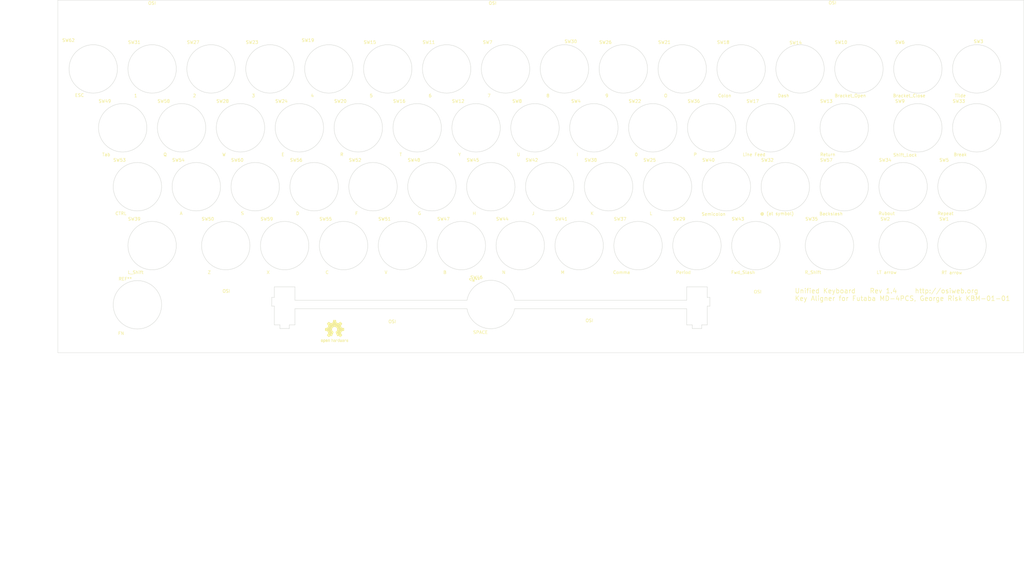
<source format=kicad_pcb>
(kicad_pcb (version 20171130) (host pcbnew "(5.1.5-0-10_14)")

  (general
    (thickness 1.6)
    (drawings 6)
    (tracks 0)
    (zones 0)
    (modules 75)
    (nets 1)
  )

  (page B)
  (title_block
    (title "Futaba Key aligner")
    (date 2019-08-25)
    (rev 1.1)
    (company OSIWeb.org)
    (comment 1 "Key matrix w/ LED")
  )

  (layers
    (0 F.Cu signal)
    (31 B.Cu signal)
    (32 B.Adhes user)
    (33 F.Adhes user)
    (34 B.Paste user)
    (35 F.Paste user)
    (36 B.SilkS user)
    (37 F.SilkS user)
    (38 B.Mask user)
    (39 F.Mask user)
    (40 Dwgs.User user)
    (41 Cmts.User user)
    (42 Eco1.User user)
    (43 Eco2.User user)
    (44 Edge.Cuts user)
    (45 Margin user)
    (46 B.CrtYd user)
    (47 F.CrtYd user)
    (48 B.Fab user)
    (49 F.Fab user)
  )

  (setup
    (last_trace_width 0.254)
    (user_trace_width 0.254)
    (user_trace_width 0.508)
    (user_trace_width 1.27)
    (trace_clearance 0.2)
    (zone_clearance 0.508)
    (zone_45_only no)
    (trace_min 0.2)
    (via_size 0.8128)
    (via_drill 0.4064)
    (via_min_size 0.4)
    (via_min_drill 0.3)
    (user_via 1.27 0.7112)
    (uvia_size 0.3048)
    (uvia_drill 0.1016)
    (uvias_allowed no)
    (uvia_min_size 0.2)
    (uvia_min_drill 0.1)
    (edge_width 0.05)
    (segment_width 0.2)
    (pcb_text_width 0.3)
    (pcb_text_size 1.5 1.5)
    (mod_edge_width 0.12)
    (mod_text_size 1 1)
    (mod_text_width 0.15)
    (pad_size 1.6256 1.6256)
    (pad_drill 1.6256)
    (pad_to_mask_clearance 0)
    (aux_axis_origin 61.4172 179.1081)
    (visible_elements 7FFFEFFF)
    (pcbplotparams
      (layerselection 0x010f0_ffffffff)
      (usegerberextensions false)
      (usegerberattributes false)
      (usegerberadvancedattributes false)
      (creategerberjobfile false)
      (excludeedgelayer true)
      (linewidth 0.100000)
      (plotframeref false)
      (viasonmask false)
      (mode 1)
      (useauxorigin false)
      (hpglpennumber 1)
      (hpglpenspeed 20)
      (hpglpendiameter 15.000000)
      (psnegative false)
      (psa4output false)
      (plotreference true)
      (plotvalue true)
      (plotinvisibletext false)
      (padsonsilk false)
      (subtractmaskfromsilk false)
      (outputformat 1)
      (mirror false)
      (drillshape 0)
      (scaleselection 1)
      (outputdirectory "outputs"))
  )

  (net 0 "")

  (net_class Default "This is the default net class."
    (clearance 0.2)
    (trace_width 0.254)
    (via_dia 0.8128)
    (via_drill 0.4064)
    (uvia_dia 0.3048)
    (uvia_drill 0.1016)
    (diff_pair_width 0.2032)
    (diff_pair_gap 0.254)
  )

  (net_class power1 ""
    (clearance 0.254)
    (trace_width 1.27)
    (via_dia 1.27)
    (via_drill 0.7112)
    (uvia_dia 0.3048)
    (uvia_drill 0.1016)
    (diff_pair_width 0.2032)
    (diff_pair_gap 0.254)
  )

  (net_class signal ""
    (clearance 0.2032)
    (trace_width 0.254)
    (via_dia 0.8128)
    (via_drill 0.4064)
    (uvia_dia 0.3048)
    (uvia_drill 0.1016)
    (diff_pair_width 0.2032)
    (diff_pair_gap 0.254)
  )

  (module unikbd:Futaba_space_Cherry_aligner (layer F.Cu) (tedit 5E8CDC7A) (tstamp 5D0D7A0F)
    (at 197.15988 165.99916)
    (path /5BC3E99D/5BC6CD72)
    (fp_text reference SW46 (at -4.62788 -8.77316) (layer F.SilkS)
      (effects (font (size 1 1) (thickness 0.15)))
    )
    (fp_text value SPACE (at -3.35788 9.00684) (layer F.SilkS)
      (effects (font (size 1 1) (thickness 0.15)))
    )
    (fp_text user MX_space_aligner (at -0.6096 7.9248) (layer B.Fab)
      (effects (font (size 1 1) (thickness 0.15)))
    )
    (fp_text user SW** (at -5.334 -7.874) (layer F.SilkS)
      (effects (font (size 1 1) (thickness 0.15)))
    )
    (fp_text user Futaba_2u_Cherry_aligner (at 0 -0.5) (layer F.Fab)
      (effects (font (size 1 1) (thickness 0.15)))
    )
    (fp_text user REF** (at 0 0.5) (layer F.SilkS) hide
      (effects (font (size 1 1) (thickness 0.15)))
    )
    (fp_line (start -63.3476 1.397) (end -7.6962 1.397) (layer Edge.Cuts) (width 0.12))
    (fp_line (start -63.3476 -1.397) (end -7.6962 -1.397) (layer Edge.Cuts) (width 0.12))
    (fp_line (start 7.6962 -1.397) (end 63.3476 -1.397) (layer Edge.Cuts) (width 0.12))
    (fp_line (start 7.6962 1.397) (end 63.3476 1.397) (layer Edge.Cuts) (width 0.12))
    (fp_arc (start 0 0) (end 7.697216 -1.397) (angle -159.4) (layer Edge.Cuts) (width 0.12))
    (fp_arc (start 0 0) (end -7.697216 1.397) (angle -159.4) (layer Edge.Cuts) (width 0.12))
    (fp_line (start 63.3476 -1.397) (end 63.3476 -5.6896) (layer Edge.Cuts) (width 0.12))
    (fp_line (start 63.3476 -5.6896) (end 70.0024 -5.6896) (layer Edge.Cuts) (width 0.12))
    (fp_line (start 70.0024 -5.6896) (end 70.0024 -2.286) (layer Edge.Cuts) (width 0.12))
    (fp_line (start 70.0024 -2.286) (end 70.866 -2.286) (layer Edge.Cuts) (width 0.12))
    (fp_line (start 70.866 -2.286) (end 70.866 0.508) (layer Edge.Cuts) (width 0.12))
    (fp_line (start 70.866 0.508) (end 70.0024 0.508) (layer Edge.Cuts) (width 0.12))
    (fp_line (start 70.0024 0.508) (end 70.0024 6.604) (layer Edge.Cuts) (width 0.12))
    (fp_line (start 70.0024 6.604) (end 68.199 6.604) (layer Edge.Cuts) (width 0.12))
    (fp_line (start 68.199 6.604) (end 68.199 7.7724) (layer Edge.Cuts) (width 0.12))
    (fp_line (start 68.199 7.7724) (end 65.151 7.7724) (layer Edge.Cuts) (width 0.12))
    (fp_line (start 65.151 7.7724) (end 65.151 6.604) (layer Edge.Cuts) (width 0.12))
    (fp_line (start 65.151 6.604) (end 63.3476 6.604) (layer Edge.Cuts) (width 0.12))
    (fp_line (start 63.3476 6.604) (end 63.3476 1.397) (layer Edge.Cuts) (width 0.12))
    (fp_line (start -63.3476 1.397) (end -63.3476 6.604) (layer Edge.Cuts) (width 0.12))
    (fp_line (start -63.3476 6.604) (end -65.151 6.604) (layer Edge.Cuts) (width 0.12))
    (fp_line (start -65.151 6.604) (end -65.151 7.7724) (layer Edge.Cuts) (width 0.12))
    (fp_line (start -65.151 7.7724) (end -68.199 7.7724) (layer Edge.Cuts) (width 0.12))
    (fp_line (start -68.199 7.7724) (end -68.199 6.604) (layer Edge.Cuts) (width 0.12))
    (fp_line (start -68.199 6.604) (end -70.0024 6.604) (layer Edge.Cuts) (width 0.12))
    (fp_line (start -70.0024 6.604) (end -70.0024 0.508) (layer Edge.Cuts) (width 0.12))
    (fp_line (start -70.0024 0.508) (end -70.866 0.508) (layer Edge.Cuts) (width 0.12))
    (fp_line (start -70.866 0.508) (end -70.866 -2.286) (layer Edge.Cuts) (width 0.12))
    (fp_line (start -70.866 -2.286) (end -70.0024 -2.286) (layer Edge.Cuts) (width 0.12))
    (fp_line (start -70.0024 -2.286) (end -70.0024 -5.6896) (layer Edge.Cuts) (width 0.12))
    (fp_line (start -70.0024 -5.6896) (end -63.3476 -5.6896) (layer Edge.Cuts) (width 0.12))
    (fp_line (start -63.3476 -5.6896) (end -63.3476 -1.397) (layer Edge.Cuts) (width 0.12))
    (pad "" np_thru_hole circle (at -6.985 6.985) (size 1.6256 1.6256) (drill 1.6256) (layers *.Cu *.Mask))
    (pad "" np_thru_hole circle (at -6.985 -6.985) (size 1.6256 1.6256) (drill 1.6256) (layers *.Cu *.Mask))
    (pad "" np_thru_hole circle (at 6.985 -6.985) (size 1.6256 1.6256) (drill 1.6256) (layers *.Cu *.Mask))
    (pad "" np_thru_hole circle (at 6.985 6.985) (size 1.6256 1.6256) (drill 1.6256) (layers *.Cu *.Mask))
  )

  (module unikbd:Futaba-MD-4PCS-aligner locked (layer F.Cu) (tedit 5DA63068) (tstamp 5E0A54F3)
    (at 68.57238 89.79916)
    (fp_text reference SW62 (at -8.01878 -9.25576) (layer F.SilkS)
      (effects (font (size 1 1) (thickness 0.15)))
    )
    (fp_text value ESC (at -4.43738 8.52424) (layer F.SilkS)
      (effects (font (size 1 1) (thickness 0.15)))
    )
    (fp_circle (center 0 0) (end 7.8232 0) (layer Edge.Cuts) (width 0.12))
    (pad "" np_thru_hole circle (at -6.985 -6.985) (size 1.6256 1.6256) (drill 1.6256) (layers *.Cu *.Mask))
    (pad "" np_thru_hole circle (at -6.985 6.985) (size 1.6256 1.6256) (drill 1.6256) (layers *.Cu *.Mask))
    (pad "" np_thru_hole circle (at 6.985 6.985) (size 1.6256 1.6256) (drill 1.6256) (layers *.Cu *.Mask))
    (pad "" np_thru_hole circle (at 6.985 -6.985) (size 1.6256 1.6256) (drill 1.6256) (layers *.Cu *.Mask))
  )

  (module unikbd:Futaba-MD-4PCS-aligner locked (layer F.Cu) (tedit 5DA63068) (tstamp 5E0A1078)
    (at 82.85988 166.0906)
    (fp_text reference REF** (at -3.937 -8.3566) (layer F.SilkS)
      (effects (font (size 1 1) (thickness 0.15)))
    )
    (fp_text value FN (at -5.2832 9.2456) (layer F.SilkS)
      (effects (font (size 1 1) (thickness 0.15)))
    )
    (fp_circle (center 0 0) (end 7.8232 0) (layer Edge.Cuts) (width 0.12))
    (pad "" np_thru_hole circle (at -6.985 -6.985) (size 1.6256 1.6256) (drill 1.6256) (layers *.Cu *.Mask))
    (pad "" np_thru_hole circle (at -6.985 6.985) (size 1.6256 1.6256) (drill 1.6256) (layers *.Cu *.Mask))
    (pad "" np_thru_hole circle (at 6.985 6.985) (size 1.6256 1.6256) (drill 1.6256) (layers *.Cu *.Mask))
    (pad "" np_thru_hole circle (at 6.985 -6.985) (size 1.6256 1.6256) (drill 1.6256) (layers *.Cu *.Mask))
  )

  (module unikbd:OSI_spacer_holes locked (layer F.Cu) (tedit 5E099C16) (tstamp 5E0A12E7)
    (at 197.15988 165.99916)
    (fp_text reference REF** (at 0 0.5) (layer F.SilkS) hide
      (effects (font (size 1 1) (thickness 0.15)))
    )
    (fp_text value "OSI mounting holes" (at 0 -0.5) (layer F.Fab)
      (effects (font (size 1 1) (thickness 0.15)))
    )
    (fp_circle (center -85.979 0.4826) (end -82.229 0.4826) (layer F.CrtYd) (width 0.05))
    (fp_circle (center -85.979 0.4826) (end -82.479 0.4826) (layer Cmts.User) (width 0.15))
    (fp_text user %R (at -85.28558 5.27304) (layer F.Fab)
      (effects (font (size 1 1) (thickness 0.15)))
    )
    (fp_text user OSI (at -85.53958 -4.32816) (layer F.SilkS)
      (effects (font (size 1 1) (thickness 0.15)))
    )
    (fp_circle (center 85.979 0.4826) (end 89.729 0.4826) (layer F.CrtYd) (width 0.05))
    (fp_circle (center 85.979 0.4826) (end 89.479 0.4826) (layer Cmts.User) (width 0.15))
    (fp_text user %R (at 86.57082 5.50164) (layer F.Fab)
      (effects (font (size 1 1) (thickness 0.15)))
    )
    (fp_text user OSI (at 86.31682 -4.09956) (layer F.SilkS)
      (effects (font (size 1 1) (thickness 0.15)))
    )
    (fp_circle (center 31.75 10.16) (end 35.5 10.16) (layer F.CrtYd) (width 0.05))
    (fp_circle (center 31.75 10.16) (end 35.25 10.16) (layer Cmts.User) (width 0.15))
    (fp_text user %R (at 32.13862 14.79804) (layer F.Fab)
      (effects (font (size 1 1) (thickness 0.15)))
    )
    (fp_text user OSI (at 31.88462 5.19684) (layer F.SilkS)
      (effects (font (size 1 1) (thickness 0.15)))
    )
    (fp_circle (center -31.75 10.16) (end -28 10.16) (layer F.CrtYd) (width 0.05))
    (fp_circle (center -31.75 10.16) (end -28.25 10.16) (layer Cmts.User) (width 0.15))
    (fp_text user %R (at -31.61538 15.12824) (layer F.Fab)
      (effects (font (size 1 1) (thickness 0.15)))
    )
    (fp_text user OSI (at -31.86938 5.52704) (layer F.SilkS)
      (effects (font (size 1 1) (thickness 0.15)))
    )
    (fp_circle (center 0 -92.8624) (end 3.75 -92.8624) (layer F.CrtYd) (width 0.05))
    (fp_circle (center 0 -92.8624) (end 3.5 -92.8624) (layer Cmts.User) (width 0.15))
    (fp_text user OSI (at 0.59182 -97.46996) (layer F.SilkS)
      (effects (font (size 1 1) (thickness 0.15)))
    )
    (fp_text user %R (at 0.84582 -87.86876) (layer F.Fab)
      (effects (font (size 1 1) (thickness 0.15)))
    )
    (fp_circle (center -109.855 -92.8624) (end -106.105 -92.8624) (layer F.CrtYd) (width 0.05))
    (fp_circle (center -109.855 -92.8624) (end -106.355 -92.8624) (layer Cmts.User) (width 0.15))
    (fp_text user OSI (at -109.56798 -97.46996) (layer F.SilkS)
      (effects (font (size 1 1) (thickness 0.15)))
    )
    (fp_text user %R (at -109.31398 -87.86876) (layer F.Fab)
      (effects (font (size 1 1) (thickness 0.15)))
    )
    (fp_circle (center 109.855 -92.8624) (end 113.605 -92.8624) (layer F.CrtYd) (width 0.05))
    (fp_circle (center 109.855 -92.8624) (end 113.355 -92.8624) (layer Cmts.User) (width 0.15))
    (fp_text user OSI (at 110.49762 -97.57156) (layer F.SilkS)
      (effects (font (size 1 1) (thickness 0.15)))
    )
    (fp_text user %R (at 110.75162 -87.97036) (layer F.Fab)
      (effects (font (size 1 1) (thickness 0.15)))
    )
    (pad "" np_thru_hole circle (at -85.979 0.4826) (size 6.858 6.858) (drill 6.858) (layers *.Cu *.Mask))
    (pad "" np_thru_hole circle (at 85.979 0.4826) (size 6.858 6.858) (drill 6.858) (layers *.Cu *.Mask))
    (pad "" np_thru_hole circle (at 31.75 10.16) (size 6.858 6.858) (drill 6.858) (layers *.Cu *.Mask))
    (pad "" np_thru_hole circle (at -31.75 10.16) (size 6.858 6.858) (drill 6.858) (layers *.Cu *.Mask))
    (pad "" np_thru_hole circle (at 0 -92.8624) (size 6.858 6.858) (drill 6.858) (layers *.Cu *.Mask))
    (pad "" np_thru_hole circle (at -109.855 -92.8624) (size 6.858 6.858) (drill 6.858) (layers *.Cu *.Mask))
    (pad "" np_thru_hole circle (at 109.855 -92.8624) (size 6.858 6.858) (drill 6.858) (layers *.Cu *.Mask))
  )

  (module Symbol:OSHW-Logo2_9.8x8mm_SilkScreen (layer F.Cu) (tedit 0) (tstamp 5E0A0CF2)
    (at 146.6342 174.7012)
    (descr "Open Source Hardware Symbol")
    (tags "Logo Symbol OSHW")
    (attr virtual)
    (fp_text reference REF** (at 0 0) (layer F.SilkS) hide
      (effects (font (size 1 1) (thickness 0.15)))
    )
    (fp_text value OSHW-Logo2_9.8x8mm_SilkScreen (at 0.5334 5.0038) (layer F.Fab) hide
      (effects (font (size 1 1) (thickness 0.15)))
    )
    (fp_poly (pts (xy 0.139878 -3.712224) (xy 0.245612 -3.711645) (xy 0.322132 -3.710078) (xy 0.374372 -3.707028)
      (xy 0.407263 -3.702004) (xy 0.425737 -3.694511) (xy 0.434727 -3.684056) (xy 0.439163 -3.670147)
      (xy 0.439594 -3.668346) (xy 0.446333 -3.635855) (xy 0.458808 -3.571748) (xy 0.475719 -3.482849)
      (xy 0.495771 -3.375981) (xy 0.517664 -3.257967) (xy 0.518429 -3.253822) (xy 0.540359 -3.138169)
      (xy 0.560877 -3.035986) (xy 0.578659 -2.953402) (xy 0.592381 -2.896544) (xy 0.600718 -2.871542)
      (xy 0.601116 -2.871099) (xy 0.625677 -2.85889) (xy 0.676315 -2.838544) (xy 0.742095 -2.814455)
      (xy 0.742461 -2.814326) (xy 0.825317 -2.783182) (xy 0.923 -2.743509) (xy 1.015077 -2.703619)
      (xy 1.019434 -2.701647) (xy 1.169407 -2.63358) (xy 1.501498 -2.860361) (xy 1.603374 -2.929496)
      (xy 1.695657 -2.991303) (xy 1.773003 -3.042267) (xy 1.830064 -3.078873) (xy 1.861495 -3.097606)
      (xy 1.864479 -3.098996) (xy 1.887321 -3.09281) (xy 1.929982 -3.062965) (xy 1.994128 -3.008053)
      (xy 2.081421 -2.926666) (xy 2.170535 -2.840078) (xy 2.256441 -2.754753) (xy 2.333327 -2.676892)
      (xy 2.396564 -2.611303) (xy 2.441523 -2.562795) (xy 2.463576 -2.536175) (xy 2.464396 -2.534805)
      (xy 2.466834 -2.516537) (xy 2.45765 -2.486705) (xy 2.434574 -2.441279) (xy 2.395337 -2.37623)
      (xy 2.33767 -2.28753) (xy 2.260795 -2.173343) (xy 2.19257 -2.072838) (xy 2.131582 -1.982697)
      (xy 2.081356 -1.908151) (xy 2.045416 -1.854435) (xy 2.027287 -1.826782) (xy 2.026146 -1.824905)
      (xy 2.028359 -1.79841) (xy 2.045138 -1.746914) (xy 2.073142 -1.680149) (xy 2.083122 -1.658828)
      (xy 2.126672 -1.563841) (xy 2.173134 -1.456063) (xy 2.210877 -1.362808) (xy 2.238073 -1.293594)
      (xy 2.259675 -1.240994) (xy 2.272158 -1.213503) (xy 2.273709 -1.211384) (xy 2.296668 -1.207876)
      (xy 2.350786 -1.198262) (xy 2.428868 -1.183911) (xy 2.523719 -1.166193) (xy 2.628143 -1.146475)
      (xy 2.734944 -1.126126) (xy 2.836926 -1.106514) (xy 2.926894 -1.089009) (xy 2.997653 -1.074978)
      (xy 3.042006 -1.065791) (xy 3.052885 -1.063193) (xy 3.064122 -1.056782) (xy 3.072605 -1.042303)
      (xy 3.078714 -1.014867) (xy 3.082832 -0.969589) (xy 3.085341 -0.90158) (xy 3.086621 -0.805953)
      (xy 3.087054 -0.67782) (xy 3.087077 -0.625299) (xy 3.087077 -0.198155) (xy 2.9845 -0.177909)
      (xy 2.927431 -0.16693) (xy 2.842269 -0.150905) (xy 2.739372 -0.131767) (xy 2.629096 -0.111449)
      (xy 2.598615 -0.105868) (xy 2.496855 -0.086083) (xy 2.408205 -0.066627) (xy 2.340108 -0.049303)
      (xy 2.300004 -0.035912) (xy 2.293323 -0.031921) (xy 2.276919 -0.003658) (xy 2.253399 0.051109)
      (xy 2.227316 0.121588) (xy 2.222142 0.136769) (xy 2.187956 0.230896) (xy 2.145523 0.337101)
      (xy 2.103997 0.432473) (xy 2.103792 0.432916) (xy 2.03464 0.582525) (xy 2.489512 1.251617)
      (xy 2.1975 1.544116) (xy 2.10918 1.63117) (xy 2.028625 1.707909) (xy 1.96036 1.770237)
      (xy 1.908908 1.814056) (xy 1.878794 1.83527) (xy 1.874474 1.836616) (xy 1.849111 1.826016)
      (xy 1.797358 1.796547) (xy 1.724868 1.751705) (xy 1.637294 1.694984) (xy 1.542612 1.631462)
      (xy 1.446516 1.566668) (xy 1.360837 1.510287) (xy 1.291016 1.465788) (xy 1.242494 1.436639)
      (xy 1.220782 1.426308) (xy 1.194293 1.43505) (xy 1.144062 1.458087) (xy 1.080451 1.490631)
      (xy 1.073708 1.494249) (xy 0.988046 1.53721) (xy 0.929306 1.558279) (xy 0.892772 1.558503)
      (xy 0.873731 1.538928) (xy 0.87362 1.538654) (xy 0.864102 1.515472) (xy 0.841403 1.460441)
      (xy 0.807282 1.377822) (xy 0.7635 1.271872) (xy 0.711816 1.146852) (xy 0.653992 1.00702)
      (xy 0.597991 0.871637) (xy 0.536447 0.722234) (xy 0.479939 0.583832) (xy 0.430161 0.460673)
      (xy 0.388806 0.357002) (xy 0.357568 0.277059) (xy 0.338141 0.225088) (xy 0.332154 0.205692)
      (xy 0.347168 0.183443) (xy 0.386439 0.147982) (xy 0.438807 0.108887) (xy 0.587941 -0.014755)
      (xy 0.704511 -0.156478) (xy 0.787118 -0.313296) (xy 0.834366 -0.482225) (xy 0.844857 -0.660278)
      (xy 0.837231 -0.742461) (xy 0.795682 -0.912969) (xy 0.724123 -1.063541) (xy 0.626995 -1.192691)
      (xy 0.508734 -1.298936) (xy 0.37378 -1.38079) (xy 0.226571 -1.436768) (xy 0.071544 -1.465385)
      (xy -0.086861 -1.465156) (xy -0.244206 -1.434595) (xy -0.396054 -1.372218) (xy -0.537965 -1.27654)
      (xy -0.597197 -1.222428) (xy -0.710797 -1.08348) (xy -0.789894 -0.931639) (xy -0.835014 -0.771333)
      (xy -0.846684 -0.606988) (xy -0.825431 -0.443029) (xy -0.77178 -0.283882) (xy -0.68626 -0.133975)
      (xy -0.569395 0.002267) (xy -0.438807 0.108887) (xy -0.384412 0.149642) (xy -0.345986 0.184718)
      (xy -0.332154 0.205726) (xy -0.339397 0.228635) (xy -0.359995 0.283365) (xy -0.392254 0.365672)
      (xy -0.434479 0.471315) (xy -0.484977 0.59605) (xy -0.542052 0.735636) (xy -0.598146 0.87167)
      (xy -0.660033 1.021201) (xy -0.717356 1.159767) (xy -0.768356 1.283107) (xy -0.811273 1.386964)
      (xy -0.844347 1.46708) (xy -0.865819 1.519195) (xy -0.873775 1.538654) (xy -0.892571 1.558423)
      (xy -0.928926 1.558365) (xy -0.987521 1.537441) (xy -1.073032 1.494613) (xy -1.073708 1.494249)
      (xy -1.138093 1.461012) (xy -1.190139 1.436802) (xy -1.219488 1.426404) (xy -1.220783 1.426308)
      (xy -1.242876 1.436855) (xy -1.291652 1.466184) (xy -1.361669 1.510827) (xy -1.447486 1.567314)
      (xy -1.542612 1.631462) (xy -1.63946 1.696411) (xy -1.726747 1.752896) (xy -1.798819 1.797421)
      (xy -1.850023 1.82649) (xy -1.874474 1.836616) (xy -1.89699 1.823307) (xy -1.942258 1.786112)
      (xy -2.005756 1.729128) (xy -2.082961 1.656449) (xy -2.169349 1.572171) (xy -2.197601 1.544016)
      (xy -2.489713 1.251416) (xy -2.267369 0.925104) (xy -2.199798 0.824897) (xy -2.140493 0.734963)
      (xy -2.092783 0.66051) (xy -2.059993 0.606751) (xy -2.045452 0.578894) (xy -2.045026 0.576912)
      (xy -2.052692 0.550655) (xy -2.073311 0.497837) (xy -2.103315 0.42731) (xy -2.124375 0.380093)
      (xy -2.163752 0.289694) (xy -2.200835 0.198366) (xy -2.229585 0.1212) (xy -2.237395 0.097692)
      (xy -2.259583 0.034916) (xy -2.281273 -0.013589) (xy -2.293187 -0.031921) (xy -2.319477 -0.043141)
      (xy -2.376858 -0.059046) (xy -2.457882 -0.077833) (xy -2.555105 -0.097701) (xy -2.598615 -0.105868)
      (xy -2.709104 -0.126171) (xy -2.815084 -0.14583) (xy -2.906199 -0.162912) (xy -2.972092 -0.175482)
      (xy -2.9845 -0.177909) (xy -3.087077 -0.198155) (xy -3.087077 -0.625299) (xy -3.086847 -0.765754)
      (xy -3.085901 -0.872021) (xy -3.083859 -0.948987) (xy -3.080338 -1.00154) (xy -3.074957 -1.034567)
      (xy -3.067334 -1.052955) (xy -3.057088 -1.061592) (xy -3.052885 -1.063193) (xy -3.02753 -1.068873)
      (xy -2.971516 -1.080205) (xy -2.892036 -1.095821) (xy -2.796288 -1.114353) (xy -2.691467 -1.134431)
      (xy -2.584768 -1.154688) (xy -2.483387 -1.173754) (xy -2.394521 -1.190261) (xy -2.325363 -1.202841)
      (xy -2.283111 -1.210125) (xy -2.27371 -1.211384) (xy -2.265193 -1.228237) (xy -2.24634 -1.27313)
      (xy -2.220676 -1.33757) (xy -2.210877 -1.362808) (xy -2.171352 -1.460314) (xy -2.124808 -1.568041)
      (xy -2.083123 -1.658828) (xy -2.05245 -1.728247) (xy -2.032044 -1.78529) (xy -2.025232 -1.820223)
      (xy -2.026318 -1.824905) (xy -2.040715 -1.847009) (xy -2.073588 -1.896169) (xy -2.12141 -1.967152)
      (xy -2.180652 -2.054722) (xy -2.247785 -2.153643) (xy -2.261059 -2.17317) (xy -2.338954 -2.28886)
      (xy -2.396213 -2.376956) (xy -2.435119 -2.441514) (xy -2.457956 -2.486589) (xy -2.467006 -2.516237)
      (xy -2.464552 -2.534515) (xy -2.464489 -2.534631) (xy -2.445173 -2.558639) (xy -2.402449 -2.605053)
      (xy -2.340949 -2.669063) (xy -2.265302 -2.745855) (xy -2.180139 -2.830618) (xy -2.170535 -2.840078)
      (xy -2.06321 -2.944011) (xy -1.980385 -3.020325) (xy -1.920395 -3.070429) (xy -1.881577 -3.09573)
      (xy -1.86448 -3.098996) (xy -1.839527 -3.08475) (xy -1.787745 -3.051844) (xy -1.71448 -3.003792)
      (xy -1.62508 -2.94411) (xy -1.524889 -2.876312) (xy -1.501499 -2.860361) (xy -1.169407 -2.63358)
      (xy -1.019435 -2.701647) (xy -0.92823 -2.741315) (xy -0.830331 -2.781209) (xy -0.746169 -2.813017)
      (xy -0.742462 -2.814326) (xy -0.676631 -2.838424) (xy -0.625884 -2.8588) (xy -0.601158 -2.871064)
      (xy -0.601116 -2.871099) (xy -0.593271 -2.893266) (xy -0.579934 -2.947783) (xy -0.56243 -3.02852)
      (xy -0.542083 -3.12935) (xy -0.520218 -3.244144) (xy -0.518429 -3.253822) (xy -0.496496 -3.372096)
      (xy -0.47636 -3.479458) (xy -0.45932 -3.569083) (xy -0.446672 -3.634149) (xy -0.439716 -3.667832)
      (xy -0.439594 -3.668346) (xy -0.435361 -3.682675) (xy -0.427129 -3.693493) (xy -0.409967 -3.701294)
      (xy -0.378942 -3.706571) (xy -0.329122 -3.709818) (xy -0.255576 -3.711528) (xy -0.153371 -3.712193)
      (xy -0.017575 -3.712307) (xy 0 -3.712308) (xy 0.139878 -3.712224)) (layer F.SilkS) (width 0.01))
    (fp_poly (pts (xy 4.245224 2.647838) (xy 4.322528 2.698361) (xy 4.359814 2.74359) (xy 4.389353 2.825663)
      (xy 4.391699 2.890607) (xy 4.386385 2.977445) (xy 4.186115 3.065103) (xy 4.088739 3.109887)
      (xy 4.025113 3.145913) (xy 3.992029 3.177117) (xy 3.98628 3.207436) (xy 4.004658 3.240805)
      (xy 4.024923 3.262923) (xy 4.083889 3.298393) (xy 4.148024 3.300879) (xy 4.206926 3.273235)
      (xy 4.250197 3.21832) (xy 4.257936 3.198928) (xy 4.295006 3.138364) (xy 4.337654 3.112552)
      (xy 4.396154 3.090471) (xy 4.396154 3.174184) (xy 4.390982 3.23115) (xy 4.370723 3.279189)
      (xy 4.328262 3.334346) (xy 4.321951 3.341514) (xy 4.27472 3.390585) (xy 4.234121 3.41692)
      (xy 4.183328 3.429035) (xy 4.14122 3.433003) (xy 4.065902 3.433991) (xy 4.012286 3.421466)
      (xy 3.978838 3.402869) (xy 3.926268 3.361975) (xy 3.889879 3.317748) (xy 3.86685 3.262126)
      (xy 3.854359 3.187047) (xy 3.849587 3.084449) (xy 3.849206 3.032376) (xy 3.850501 2.969948)
      (xy 3.968471 2.969948) (xy 3.969839 3.003438) (xy 3.973249 3.008923) (xy 3.995753 3.001472)
      (xy 4.044182 2.981753) (xy 4.108908 2.953718) (xy 4.122443 2.947692) (xy 4.204244 2.906096)
      (xy 4.249312 2.869538) (xy 4.259217 2.835296) (xy 4.235526 2.800648) (xy 4.21596 2.785339)
      (xy 4.14536 2.754721) (xy 4.07928 2.75978) (xy 4.023959 2.797151) (xy 3.985636 2.863473)
      (xy 3.973349 2.916116) (xy 3.968471 2.969948) (xy 3.850501 2.969948) (xy 3.85173 2.91072)
      (xy 3.861032 2.82071) (xy 3.87946 2.755167) (xy 3.90936 2.706912) (xy 3.95308 2.668767)
      (xy 3.972141 2.65644) (xy 4.058726 2.624336) (xy 4.153522 2.622316) (xy 4.245224 2.647838)) (layer F.SilkS) (width 0.01))
    (fp_poly (pts (xy 3.570807 2.636782) (xy 3.594161 2.646988) (xy 3.649902 2.691134) (xy 3.697569 2.754967)
      (xy 3.727048 2.823087) (xy 3.731846 2.85667) (xy 3.71576 2.903556) (xy 3.680475 2.928365)
      (xy 3.642644 2.943387) (xy 3.625321 2.946155) (xy 3.616886 2.926066) (xy 3.60023 2.882351)
      (xy 3.592923 2.862598) (xy 3.551948 2.794271) (xy 3.492622 2.760191) (xy 3.416552 2.761239)
      (xy 3.410918 2.762581) (xy 3.370305 2.781836) (xy 3.340448 2.819375) (xy 3.320055 2.879809)
      (xy 3.307836 2.967751) (xy 3.3025 3.087813) (xy 3.302 3.151698) (xy 3.301752 3.252403)
      (xy 3.300126 3.321054) (xy 3.295801 3.364673) (xy 3.287454 3.390282) (xy 3.273765 3.404903)
      (xy 3.253411 3.415558) (xy 3.252234 3.416095) (xy 3.213038 3.432667) (xy 3.193619 3.438769)
      (xy 3.190635 3.420319) (xy 3.188081 3.369323) (xy 3.18614 3.292308) (xy 3.184997 3.195805)
      (xy 3.184769 3.125184) (xy 3.185932 2.988525) (xy 3.190479 2.884851) (xy 3.199999 2.808108)
      (xy 3.216081 2.752246) (xy 3.240313 2.711212) (xy 3.274286 2.678954) (xy 3.307833 2.65644)
      (xy 3.388499 2.626476) (xy 3.482381 2.619718) (xy 3.570807 2.636782)) (layer F.SilkS) (width 0.01))
    (fp_poly (pts (xy 2.887333 2.633528) (xy 2.94359 2.659117) (xy 2.987747 2.690124) (xy 3.020101 2.724795)
      (xy 3.042438 2.76952) (xy 3.056546 2.830692) (xy 3.064211 2.914701) (xy 3.06722 3.02794)
      (xy 3.067538 3.102509) (xy 3.067538 3.39342) (xy 3.017773 3.416095) (xy 2.978576 3.432667)
      (xy 2.959157 3.438769) (xy 2.955442 3.42061) (xy 2.952495 3.371648) (xy 2.950691 3.300153)
      (xy 2.950308 3.243385) (xy 2.948661 3.161371) (xy 2.944222 3.096309) (xy 2.93774 3.056467)
      (xy 2.93259 3.048) (xy 2.897977 3.056646) (xy 2.84364 3.078823) (xy 2.780722 3.108886)
      (xy 2.720368 3.141192) (xy 2.673721 3.170098) (xy 2.651926 3.189961) (xy 2.651839 3.190175)
      (xy 2.653714 3.226935) (xy 2.670525 3.262026) (xy 2.700039 3.290528) (xy 2.743116 3.300061)
      (xy 2.779932 3.29895) (xy 2.832074 3.298133) (xy 2.859444 3.310349) (xy 2.875882 3.342624)
      (xy 2.877955 3.34871) (xy 2.885081 3.394739) (xy 2.866024 3.422687) (xy 2.816353 3.436007)
      (xy 2.762697 3.43847) (xy 2.666142 3.42021) (xy 2.616159 3.394131) (xy 2.554429 3.332868)
      (xy 2.52169 3.25767) (xy 2.518753 3.178211) (xy 2.546424 3.104167) (xy 2.588047 3.057769)
      (xy 2.629604 3.031793) (xy 2.694922 2.998907) (xy 2.771038 2.965557) (xy 2.783726 2.960461)
      (xy 2.867333 2.923565) (xy 2.91553 2.891046) (xy 2.93103 2.858718) (xy 2.91655 2.822394)
      (xy 2.891692 2.794) (xy 2.832939 2.759039) (xy 2.768293 2.756417) (xy 2.709008 2.783358)
      (xy 2.666339 2.837088) (xy 2.660739 2.85095) (xy 2.628133 2.901936) (xy 2.58053 2.939787)
      (xy 2.520461 2.97085) (xy 2.520461 2.882768) (xy 2.523997 2.828951) (xy 2.539156 2.786534)
      (xy 2.572768 2.741279) (xy 2.605035 2.70642) (xy 2.655209 2.657062) (xy 2.694193 2.630547)
      (xy 2.736064 2.619911) (xy 2.78346 2.618154) (xy 2.887333 2.633528)) (layer F.SilkS) (width 0.01))
    (fp_poly (pts (xy 2.395929 2.636662) (xy 2.398911 2.688068) (xy 2.401247 2.766192) (xy 2.402749 2.864857)
      (xy 2.403231 2.968343) (xy 2.403231 3.318533) (xy 2.341401 3.380363) (xy 2.298793 3.418462)
      (xy 2.26139 3.433895) (xy 2.21027 3.432918) (xy 2.189978 3.430433) (xy 2.126554 3.4232)
      (xy 2.074095 3.419055) (xy 2.061308 3.418672) (xy 2.018199 3.421176) (xy 1.956544 3.427462)
      (xy 1.932638 3.430433) (xy 1.873922 3.435028) (xy 1.834464 3.425046) (xy 1.795338 3.394228)
      (xy 1.781215 3.380363) (xy 1.719385 3.318533) (xy 1.719385 2.663503) (xy 1.76915 2.640829)
      (xy 1.812002 2.624034) (xy 1.837073 2.618154) (xy 1.843501 2.636736) (xy 1.849509 2.688655)
      (xy 1.854697 2.768172) (xy 1.858664 2.869546) (xy 1.860577 2.955192) (xy 1.865923 3.292231)
      (xy 1.91256 3.298825) (xy 1.954976 3.294214) (xy 1.97576 3.279287) (xy 1.98157 3.251377)
      (xy 1.98653 3.191925) (xy 1.990246 3.108466) (xy 1.992324 3.008532) (xy 1.992624 2.957104)
      (xy 1.992923 2.661054) (xy 2.054454 2.639604) (xy 2.098004 2.62502) (xy 2.121694 2.618219)
      (xy 2.122377 2.618154) (xy 2.124754 2.636642) (xy 2.127366 2.687906) (xy 2.129995 2.765649)
      (xy 2.132421 2.863574) (xy 2.134115 2.955192) (xy 2.139461 3.292231) (xy 2.256692 3.292231)
      (xy 2.262072 2.984746) (xy 2.267451 2.677261) (xy 2.324601 2.647707) (xy 2.366797 2.627413)
      (xy 2.39177 2.618204) (xy 2.392491 2.618154) (xy 2.395929 2.636662)) (layer F.SilkS) (width 0.01))
    (fp_poly (pts (xy 1.602081 2.780289) (xy 1.601833 2.92632) (xy 1.600872 3.038655) (xy 1.598794 3.122678)
      (xy 1.595193 3.183769) (xy 1.589665 3.227309) (xy 1.581804 3.258679) (xy 1.571207 3.283262)
      (xy 1.563182 3.297294) (xy 1.496728 3.373388) (xy 1.41247 3.421084) (xy 1.319249 3.438199)
      (xy 1.2259 3.422546) (xy 1.170312 3.394418) (xy 1.111957 3.34576) (xy 1.072186 3.286333)
      (xy 1.04819 3.208507) (xy 1.037161 3.104652) (xy 1.035599 3.028462) (xy 1.035809 3.022986)
      (xy 1.172308 3.022986) (xy 1.173141 3.110355) (xy 1.176961 3.168192) (xy 1.185746 3.206029)
      (xy 1.201474 3.233398) (xy 1.220266 3.254042) (xy 1.283375 3.29389) (xy 1.351137 3.297295)
      (xy 1.415179 3.264025) (xy 1.420164 3.259517) (xy 1.441439 3.236067) (xy 1.454779 3.208166)
      (xy 1.462001 3.166641) (xy 1.464923 3.102316) (xy 1.465385 3.0312) (xy 1.464383 2.941858)
      (xy 1.460238 2.882258) (xy 1.451236 2.843089) (xy 1.435667 2.81504) (xy 1.422902 2.800144)
      (xy 1.3636 2.762575) (xy 1.295301 2.758057) (xy 1.23011 2.786753) (xy 1.217528 2.797406)
      (xy 1.196111 2.821063) (xy 1.182744 2.849251) (xy 1.175566 2.891245) (xy 1.172719 2.956319)
      (xy 1.172308 3.022986) (xy 1.035809 3.022986) (xy 1.040322 2.905765) (xy 1.056362 2.813577)
      (xy 1.086528 2.744269) (xy 1.133629 2.690211) (xy 1.170312 2.662505) (xy 1.23699 2.632572)
      (xy 1.314272 2.618678) (xy 1.38611 2.622397) (xy 1.426308 2.6374) (xy 1.442082 2.64167)
      (xy 1.45255 2.62575) (xy 1.459856 2.583089) (xy 1.465385 2.518106) (xy 1.471437 2.445732)
      (xy 1.479844 2.402187) (xy 1.495141 2.377287) (xy 1.521864 2.360845) (xy 1.538654 2.353564)
      (xy 1.602154 2.326963) (xy 1.602081 2.780289)) (layer F.SilkS) (width 0.01))
    (fp_poly (pts (xy 0.713362 2.62467) (xy 0.802117 2.657421) (xy 0.874022 2.71535) (xy 0.902144 2.756128)
      (xy 0.932802 2.830954) (xy 0.932165 2.885058) (xy 0.899987 2.921446) (xy 0.888081 2.927633)
      (xy 0.836675 2.946925) (xy 0.810422 2.941982) (xy 0.80153 2.909587) (xy 0.801077 2.891692)
      (xy 0.784797 2.825859) (xy 0.742365 2.779807) (xy 0.683388 2.757564) (xy 0.617475 2.763161)
      (xy 0.563895 2.792229) (xy 0.545798 2.80881) (xy 0.532971 2.828925) (xy 0.524306 2.859332)
      (xy 0.518696 2.906788) (xy 0.515035 2.97805) (xy 0.512215 3.079875) (xy 0.511484 3.112115)
      (xy 0.50882 3.22241) (xy 0.505792 3.300036) (xy 0.50125 3.351396) (xy 0.494046 3.38289)
      (xy 0.483033 3.40092) (xy 0.46706 3.411888) (xy 0.456834 3.416733) (xy 0.413406 3.433301)
      (xy 0.387842 3.438769) (xy 0.379395 3.420507) (xy 0.374239 3.365296) (xy 0.372346 3.272499)
      (xy 0.373689 3.141478) (xy 0.374107 3.121269) (xy 0.377058 3.001733) (xy 0.380548 2.914449)
      (xy 0.385514 2.852591) (xy 0.392893 2.809336) (xy 0.403624 2.77786) (xy 0.418645 2.751339)
      (xy 0.426502 2.739975) (xy 0.471553 2.689692) (xy 0.52194 2.650581) (xy 0.528108 2.647167)
      (xy 0.618458 2.620212) (xy 0.713362 2.62467)) (layer F.SilkS) (width 0.01))
    (fp_poly (pts (xy 0.053501 2.626303) (xy 0.13006 2.654733) (xy 0.130936 2.655279) (xy 0.178285 2.690127)
      (xy 0.213241 2.730852) (xy 0.237825 2.783925) (xy 0.254062 2.855814) (xy 0.263975 2.952992)
      (xy 0.269586 3.081928) (xy 0.270077 3.100298) (xy 0.277141 3.377287) (xy 0.217695 3.408028)
      (xy 0.174681 3.428802) (xy 0.14871 3.438646) (xy 0.147509 3.438769) (xy 0.143014 3.420606)
      (xy 0.139444 3.371612) (xy 0.137248 3.300031) (xy 0.136769 3.242068) (xy 0.136758 3.14817)
      (xy 0.132466 3.089203) (xy 0.117503 3.061079) (xy 0.085482 3.059706) (xy 0.030014 3.080998)
      (xy -0.053731 3.120136) (xy -0.115311 3.152643) (xy -0.146983 3.180845) (xy -0.156294 3.211582)
      (xy -0.156308 3.213104) (xy -0.140943 3.266054) (xy -0.095453 3.29466) (xy -0.025834 3.298803)
      (xy 0.024313 3.298084) (xy 0.050754 3.312527) (xy 0.067243 3.347218) (xy 0.076733 3.391416)
      (xy 0.063057 3.416493) (xy 0.057907 3.420082) (xy 0.009425 3.434496) (xy -0.058469 3.436537)
      (xy -0.128388 3.426983) (xy -0.177932 3.409522) (xy -0.24643 3.351364) (xy -0.285366 3.270408)
      (xy -0.293077 3.20716) (xy -0.287193 3.150111) (xy -0.265899 3.103542) (xy -0.223735 3.062181)
      (xy -0.155241 3.020755) (xy -0.054956 2.973993) (xy -0.048846 2.97135) (xy 0.04149 2.929617)
      (xy 0.097235 2.895391) (xy 0.121129 2.864635) (xy 0.115913 2.833311) (xy 0.084328 2.797383)
      (xy 0.074883 2.789116) (xy 0.011617 2.757058) (xy -0.053936 2.758407) (xy -0.111028 2.789838)
      (xy -0.148907 2.848024) (xy -0.152426 2.859446) (xy -0.1867 2.914837) (xy -0.230191 2.941518)
      (xy -0.293077 2.96796) (xy -0.293077 2.899548) (xy -0.273948 2.80011) (xy -0.217169 2.708902)
      (xy -0.187622 2.678389) (xy -0.120458 2.639228) (xy -0.035044 2.6215) (xy 0.053501 2.626303)) (layer F.SilkS) (width 0.01))
    (fp_poly (pts (xy -0.840154 2.49212) (xy -0.834428 2.57198) (xy -0.827851 2.619039) (xy -0.818738 2.639566)
      (xy -0.805402 2.639829) (xy -0.801077 2.637378) (xy -0.743556 2.619636) (xy -0.668732 2.620672)
      (xy -0.592661 2.63891) (xy -0.545082 2.662505) (xy -0.496298 2.700198) (xy -0.460636 2.742855)
      (xy -0.436155 2.797057) (xy -0.420913 2.869384) (xy -0.41297 2.966419) (xy -0.410384 3.094742)
      (xy -0.410338 3.119358) (xy -0.410308 3.39587) (xy -0.471839 3.41732) (xy -0.515541 3.431912)
      (xy -0.539518 3.438706) (xy -0.540223 3.438769) (xy -0.542585 3.420345) (xy -0.544594 3.369526)
      (xy -0.546099 3.292993) (xy -0.546947 3.19743) (xy -0.547077 3.139329) (xy -0.547349 3.024771)
      (xy -0.548748 2.942667) (xy -0.552151 2.886393) (xy -0.558433 2.849326) (xy -0.568471 2.824844)
      (xy -0.583139 2.806325) (xy -0.592298 2.797406) (xy -0.655211 2.761466) (xy -0.723864 2.758775)
      (xy -0.786152 2.78917) (xy -0.797671 2.800144) (xy -0.814567 2.820779) (xy -0.826286 2.845256)
      (xy -0.833767 2.880647) (xy -0.837946 2.934026) (xy -0.839763 3.012466) (xy -0.840154 3.120617)
      (xy -0.840154 3.39587) (xy -0.901685 3.41732) (xy -0.945387 3.431912) (xy -0.969364 3.438706)
      (xy -0.97007 3.438769) (xy -0.971874 3.420069) (xy -0.9735 3.367322) (xy -0.974883 3.285557)
      (xy -0.975958 3.179805) (xy -0.97666 3.055094) (xy -0.976923 2.916455) (xy -0.976923 2.381806)
      (xy -0.849923 2.328236) (xy -0.840154 2.49212)) (layer F.SilkS) (width 0.01))
    (fp_poly (pts (xy -2.465746 2.599745) (xy -2.388714 2.651567) (xy -2.329184 2.726412) (xy -2.293622 2.821654)
      (xy -2.286429 2.891756) (xy -2.287246 2.921009) (xy -2.294086 2.943407) (xy -2.312888 2.963474)
      (xy -2.349592 2.985733) (xy -2.410138 3.014709) (xy -2.500466 3.054927) (xy -2.500923 3.055129)
      (xy -2.584067 3.09321) (xy -2.652247 3.127025) (xy -2.698495 3.152933) (xy -2.715842 3.167295)
      (xy -2.715846 3.167411) (xy -2.700557 3.198685) (xy -2.664804 3.233157) (xy -2.623758 3.25799)
      (xy -2.602963 3.262923) (xy -2.54623 3.245862) (xy -2.497373 3.203133) (xy -2.473535 3.156155)
      (xy -2.450603 3.121522) (xy -2.405682 3.082081) (xy -2.352877 3.048009) (xy -2.30629 3.02948)
      (xy -2.296548 3.028462) (xy -2.285582 3.045215) (xy -2.284921 3.088039) (xy -2.29298 3.145781)
      (xy -2.308173 3.207289) (xy -2.328914 3.261409) (xy -2.329962 3.26351) (xy -2.392379 3.35066)
      (xy -2.473274 3.409939) (xy -2.565144 3.439034) (xy -2.660487 3.435634) (xy -2.751802 3.397428)
      (xy -2.755862 3.394741) (xy -2.827694 3.329642) (xy -2.874927 3.244705) (xy -2.901066 3.133021)
      (xy -2.904574 3.101643) (xy -2.910787 2.953536) (xy -2.903339 2.884468) (xy -2.715846 2.884468)
      (xy -2.71341 2.927552) (xy -2.700086 2.940126) (xy -2.666868 2.930719) (xy -2.614506 2.908483)
      (xy -2.555976 2.88061) (xy -2.554521 2.879872) (xy -2.504911 2.853777) (xy -2.485 2.836363)
      (xy -2.48991 2.818107) (xy -2.510584 2.79412) (xy -2.563181 2.759406) (xy -2.619823 2.756856)
      (xy -2.670631 2.782119) (xy -2.705724 2.830847) (xy -2.715846 2.884468) (xy -2.903339 2.884468)
      (xy -2.898008 2.835036) (xy -2.865222 2.741055) (xy -2.819579 2.675215) (xy -2.737198 2.608681)
      (xy -2.646454 2.575676) (xy -2.553815 2.573573) (xy -2.465746 2.599745)) (layer F.SilkS) (width 0.01))
    (fp_poly (pts (xy -3.983114 2.587256) (xy -3.891536 2.635409) (xy -3.823951 2.712905) (xy -3.799943 2.762727)
      (xy -3.781262 2.837533) (xy -3.771699 2.932052) (xy -3.770792 3.03521) (xy -3.778079 3.135935)
      (xy -3.793097 3.223153) (xy -3.815385 3.285791) (xy -3.822235 3.296579) (xy -3.903368 3.377105)
      (xy -3.999734 3.425336) (xy -4.104299 3.43945) (xy -4.210032 3.417629) (xy -4.239457 3.404547)
      (xy -4.296759 3.364231) (xy -4.34705 3.310775) (xy -4.351803 3.303995) (xy -4.371122 3.271321)
      (xy -4.383892 3.236394) (xy -4.391436 3.190414) (xy -4.395076 3.124584) (xy -4.396135 3.030105)
      (xy -4.396154 3.008923) (xy -4.396106 3.002182) (xy -4.200769 3.002182) (xy -4.199632 3.091349)
      (xy -4.195159 3.15052) (xy -4.185754 3.188741) (xy -4.169824 3.215053) (xy -4.161692 3.223846)
      (xy -4.114942 3.257261) (xy -4.069553 3.255737) (xy -4.02366 3.226752) (xy -3.996288 3.195809)
      (xy -3.980077 3.150643) (xy -3.970974 3.07942) (xy -3.970349 3.071114) (xy -3.968796 2.942037)
      (xy -3.985035 2.846172) (xy -4.018848 2.784107) (xy -4.070016 2.756432) (xy -4.08828 2.754923)
      (xy -4.13624 2.762513) (xy -4.169047 2.788808) (xy -4.189105 2.839095) (xy -4.198822 2.918664)
      (xy -4.200769 3.002182) (xy -4.396106 3.002182) (xy -4.395426 2.908249) (xy -4.392371 2.837906)
      (xy -4.385678 2.789163) (xy -4.37404 2.753288) (xy -4.356147 2.721548) (xy -4.352192 2.715648)
      (xy -4.285733 2.636104) (xy -4.213315 2.589929) (xy -4.125151 2.571599) (xy -4.095213 2.570703)
      (xy -3.983114 2.587256)) (layer F.SilkS) (width 0.01))
    (fp_poly (pts (xy -1.728336 2.595089) (xy -1.665633 2.631358) (xy -1.622039 2.667358) (xy -1.590155 2.705075)
      (xy -1.56819 2.751199) (xy -1.554351 2.812421) (xy -1.546847 2.895431) (xy -1.543883 3.006919)
      (xy -1.543539 3.087062) (xy -1.543539 3.382065) (xy -1.709615 3.456515) (xy -1.719385 3.133402)
      (xy -1.723421 3.012729) (xy -1.727656 2.925141) (xy -1.732903 2.86465) (xy -1.739975 2.825268)
      (xy -1.749689 2.801007) (xy -1.762856 2.78588) (xy -1.767081 2.782606) (xy -1.831091 2.757034)
      (xy -1.895792 2.767153) (xy -1.934308 2.794) (xy -1.949975 2.813024) (xy -1.96082 2.837988)
      (xy -1.967712 2.875834) (xy -1.971521 2.933502) (xy -1.973117 3.017935) (xy -1.973385 3.105928)
      (xy -1.973437 3.216323) (xy -1.975328 3.294463) (xy -1.981655 3.347165) (xy -1.995017 3.381242)
      (xy -2.018015 3.403511) (xy -2.053246 3.420787) (xy -2.100303 3.438738) (xy -2.151697 3.458278)
      (xy -2.145579 3.111485) (xy -2.143116 2.986468) (xy -2.140233 2.894082) (xy -2.136102 2.827881)
      (xy -2.129893 2.78142) (xy -2.120774 2.748256) (xy -2.107917 2.721944) (xy -2.092416 2.698729)
      (xy -2.017629 2.624569) (xy -1.926372 2.581684) (xy -1.827117 2.571412) (xy -1.728336 2.595089)) (layer F.SilkS) (width 0.01))
    (fp_poly (pts (xy -3.231114 2.584505) (xy -3.156461 2.621727) (xy -3.090569 2.690261) (xy -3.072423 2.715648)
      (xy -3.052655 2.748866) (xy -3.039828 2.784945) (xy -3.03249 2.833098) (xy -3.029187 2.902536)
      (xy -3.028462 2.994206) (xy -3.031737 3.11983) (xy -3.043123 3.214154) (xy -3.064959 3.284523)
      (xy -3.099581 3.338286) (xy -3.14933 3.382788) (xy -3.152986 3.385423) (xy -3.202015 3.412377)
      (xy -3.261055 3.425712) (xy -3.336141 3.429) (xy -3.458205 3.429) (xy -3.458256 3.547497)
      (xy -3.459392 3.613492) (xy -3.466314 3.652202) (xy -3.484402 3.675419) (xy -3.519038 3.694933)
      (xy -3.527355 3.69892) (xy -3.56628 3.717603) (xy -3.596417 3.729403) (xy -3.618826 3.730422)
      (xy -3.634567 3.716761) (xy -3.644698 3.684522) (xy -3.650277 3.629804) (xy -3.652365 3.548711)
      (xy -3.652019 3.437344) (xy -3.6503 3.291802) (xy -3.649763 3.248269) (xy -3.647828 3.098205)
      (xy -3.646096 3.000042) (xy -3.458308 3.000042) (xy -3.457252 3.083364) (xy -3.452562 3.13788)
      (xy -3.441949 3.173837) (xy -3.423128 3.201482) (xy -3.41035 3.214965) (xy -3.35811 3.254417)
      (xy -3.311858 3.257628) (xy -3.264133 3.225049) (xy -3.262923 3.223846) (xy -3.243506 3.198668)
      (xy -3.231693 3.164447) (xy -3.225735 3.111748) (xy -3.22388 3.031131) (xy -3.223846 3.013271)
      (xy -3.22833 2.902175) (xy -3.242926 2.825161) (xy -3.26935 2.778147) (xy -3.309317 2.75705)
      (xy -3.332416 2.754923) (xy -3.387238 2.7649) (xy -3.424842 2.797752) (xy -3.447477 2.857857)
      (xy -3.457394 2.949598) (xy -3.458308 3.000042) (xy -3.646096 3.000042) (xy -3.645778 2.98206)
      (xy -3.643127 2.894679) (xy -3.639394 2.830905) (xy -3.634093 2.785582) (xy -3.626742 2.753555)
      (xy -3.616857 2.729668) (xy -3.603954 2.708764) (xy -3.598421 2.700898) (xy -3.525031 2.626595)
      (xy -3.43224 2.584467) (xy -3.324904 2.572722) (xy -3.231114 2.584505)) (layer F.SilkS) (width 0.01))
  )

  (module MountingHole:MountingHole_3.5mm (layer F.Cu) (tedit 56D1B4CB) (tstamp 5DA65F84)
    (at 67.31 171.45)
    (descr "Mounting Hole 3.5mm, no annular")
    (tags "mounting hole 3.5mm no annular")
    (attr virtual)
    (fp_text reference REF** (at 0 -4.5) (layer F.SilkS) hide
      (effects (font (size 1 1) (thickness 0.15)))
    )
    (fp_text value MountingHole_3.5mm (at 0 4.5) (layer F.Fab) hide
      (effects (font (size 1 1) (thickness 0.15)))
    )
    (fp_text user %R (at 0.3 0) (layer F.Fab) hide
      (effects (font (size 1 1) (thickness 0.15)))
    )
    (fp_circle (center 0 0) (end 3.5 0) (layer Cmts.User) (width 0.15))
    (fp_circle (center 0 0) (end 3.75 0) (layer F.CrtYd) (width 0.05))
    (pad 1 np_thru_hole circle (at 0 0) (size 3.5 3.5) (drill 3.5) (layers *.Cu *.Mask))
  )

  (module MountingHole:MountingHole_3.5mm (layer F.Cu) (tedit 56D1B4CB) (tstamp 5DA65F84)
    (at 102.6795 171.45)
    (descr "Mounting Hole 3.5mm, no annular")
    (tags "mounting hole 3.5mm no annular")
    (attr virtual)
    (fp_text reference REF** (at 0 -4.5) (layer F.SilkS) hide
      (effects (font (size 1 1) (thickness 0.15)))
    )
    (fp_text value MountingHole_3.5mm (at 0 4.5) (layer F.Fab) hide
      (effects (font (size 1 1) (thickness 0.15)))
    )
    (fp_text user %R (at 0.3 0) (layer F.Fab) hide
      (effects (font (size 1 1) (thickness 0.15)))
    )
    (fp_circle (center 0 0) (end 3.5 0) (layer Cmts.User) (width 0.15))
    (fp_circle (center 0 0) (end 3.75 0) (layer F.CrtYd) (width 0.05))
    (pad 1 np_thru_hole circle (at 0 0) (size 3.5 3.5) (drill 3.5) (layers *.Cu *.Mask))
  )

  (module MountingHole:MountingHole_3.5mm (layer F.Cu) (tedit 56D1B4CB) (tstamp 5DA65F84)
    (at 289.687 171.45)
    (descr "Mounting Hole 3.5mm, no annular")
    (tags "mounting hole 3.5mm no annular")
    (attr virtual)
    (fp_text reference REF** (at 0 -4.5) (layer F.SilkS) hide
      (effects (font (size 1 1) (thickness 0.15)))
    )
    (fp_text value MountingHole_3.5mm (at 0 4.5) (layer F.Fab) hide
      (effects (font (size 1 1) (thickness 0.15)))
    )
    (fp_text user %R (at 0.3 0) (layer F.Fab) hide
      (effects (font (size 1 1) (thickness 0.15)))
    )
    (fp_circle (center 0 0) (end 3.5 0) (layer Cmts.User) (width 0.15))
    (fp_circle (center 0 0) (end 3.75 0) (layer F.CrtYd) (width 0.05))
    (pad 1 np_thru_hole circle (at 0 0) (size 3.5 3.5) (drill 3.5) (layers *.Cu *.Mask))
  )

  (module MountingHole:MountingHole_3.5mm (layer F.Cu) (tedit 56D1B4CB) (tstamp 5DA65F84)
    (at 358.14 171.45)
    (descr "Mounting Hole 3.5mm, no annular")
    (tags "mounting hole 3.5mm no annular")
    (attr virtual)
    (fp_text reference REF** (at 0 -4.5) (layer F.SilkS) hide
      (effects (font (size 1 1) (thickness 0.15)))
    )
    (fp_text value MountingHole_3.5mm (at 0 4.5) (layer F.Fab) hide
      (effects (font (size 1 1) (thickness 0.15)))
    )
    (fp_text user %R (at 0.3 0) (layer F.Fab) hide
      (effects (font (size 1 1) (thickness 0.15)))
    )
    (fp_circle (center 0 0) (end 3.5 0) (layer Cmts.User) (width 0.15))
    (fp_circle (center 0 0) (end 3.75 0) (layer F.CrtYd) (width 0.05))
    (pad 1 np_thru_hole circle (at 0 0) (size 3.5 3.5) (drill 3.5) (layers *.Cu *.Mask))
  )

  (module MountingHole:MountingHole_3.5mm (layer F.Cu) (tedit 56D1B4CB) (tstamp 5DA65F84)
    (at 364.49 78.74)
    (descr "Mounting Hole 3.5mm, no annular")
    (tags "mounting hole 3.5mm no annular")
    (attr virtual)
    (fp_text reference REF** (at 0 -4.5) (layer F.SilkS) hide
      (effects (font (size 1 1) (thickness 0.15)))
    )
    (fp_text value MountingHole_3.5mm (at 0 4.5) (layer F.Fab) hide
      (effects (font (size 1 1) (thickness 0.15)))
    )
    (fp_text user %R (at 0.3 0) (layer F.Fab) hide
      (effects (font (size 1 1) (thickness 0.15)))
    )
    (fp_circle (center 0 0) (end 3.5 0) (layer Cmts.User) (width 0.15))
    (fp_circle (center 0 0) (end 3.75 0) (layer F.CrtYd) (width 0.05))
    (pad 1 np_thru_hole circle (at 0 0) (size 3.5 3.5) (drill 3.5) (layers *.Cu *.Mask))
  )

  (module MountingHole:MountingHole_3.5mm (layer F.Cu) (tedit 56D1B4CB) (tstamp 5DA65F84)
    (at 348.9706 78.74)
    (descr "Mounting Hole 3.5mm, no annular")
    (tags "mounting hole 3.5mm no annular")
    (attr virtual)
    (fp_text reference REF** (at 0 -4.5) (layer F.SilkS) hide
      (effects (font (size 1 1) (thickness 0.15)))
    )
    (fp_text value MountingHole_3.5mm (at 0 4.5) (layer F.Fab) hide
      (effects (font (size 1 1) (thickness 0.15)))
    )
    (fp_text user %R (at 0.3 0) (layer F.Fab) hide
      (effects (font (size 1 1) (thickness 0.15)))
    )
    (fp_circle (center 0 0) (end 3.5 0) (layer Cmts.User) (width 0.15))
    (fp_circle (center 0 0) (end 3.75 0) (layer F.CrtYd) (width 0.05))
    (pad 1 np_thru_hole circle (at 0 0) (size 3.5 3.5) (drill 3.5) (layers *.Cu *.Mask))
  )

  (module MountingHole:MountingHole_3.5mm (layer F.Cu) (tedit 56D1B4CB) (tstamp 5DA65F84)
    (at 300.7106 78.74)
    (descr "Mounting Hole 3.5mm, no annular")
    (tags "mounting hole 3.5mm no annular")
    (attr virtual)
    (fp_text reference REF** (at 0 -4.5) (layer F.SilkS) hide
      (effects (font (size 1 1) (thickness 0.15)))
    )
    (fp_text value MountingHole_3.5mm (at 0 4.5) (layer F.Fab) hide
      (effects (font (size 1 1) (thickness 0.15)))
    )
    (fp_text user %R (at 0.3 0) (layer F.Fab) hide
      (effects (font (size 1 1) (thickness 0.15)))
    )
    (fp_circle (center 0 0) (end 3.5 0) (layer Cmts.User) (width 0.15))
    (fp_circle (center 0 0) (end 3.75 0) (layer F.CrtYd) (width 0.05))
    (pad 1 np_thru_hole circle (at 0 0) (size 3.5 3.5) (drill 3.5) (layers *.Cu *.Mask))
  )

  (module MountingHole:MountingHole_3.5mm (layer F.Cu) (tedit 56D1B4CB) (tstamp 5DA65F84)
    (at 290.83 78.74)
    (descr "Mounting Hole 3.5mm, no annular")
    (tags "mounting hole 3.5mm no annular")
    (attr virtual)
    (fp_text reference REF** (at 0 -4.5) (layer F.SilkS) hide
      (effects (font (size 1 1) (thickness 0.15)))
    )
    (fp_text value MountingHole_3.5mm (at 0 4.5) (layer F.Fab) hide
      (effects (font (size 1 1) (thickness 0.15)))
    )
    (fp_text user %R (at 0.3 0) (layer F.Fab) hide
      (effects (font (size 1 1) (thickness 0.15)))
    )
    (fp_circle (center 0 0) (end 3.5 0) (layer Cmts.User) (width 0.15))
    (fp_circle (center 0 0) (end 3.75 0) (layer F.CrtYd) (width 0.05))
    (pad 1 np_thru_hole circle (at 0 0) (size 3.5 3.5) (drill 3.5) (layers *.Cu *.Mask))
  )

  (module MountingHole:MountingHole_3.5mm (layer F.Cu) (tedit 56D1B4CB) (tstamp 5DA65F84)
    (at 217.17 78.74)
    (descr "Mounting Hole 3.5mm, no annular")
    (tags "mounting hole 3.5mm no annular")
    (attr virtual)
    (fp_text reference REF** (at 0 -4.5) (layer F.SilkS) hide
      (effects (font (size 1 1) (thickness 0.15)))
    )
    (fp_text value MountingHole_3.5mm (at 0 4.5) (layer F.Fab) hide
      (effects (font (size 1 1) (thickness 0.15)))
    )
    (fp_text user %R (at 0.3 0) (layer F.Fab) hide
      (effects (font (size 1 1) (thickness 0.15)))
    )
    (fp_circle (center 0 0) (end 3.5 0) (layer Cmts.User) (width 0.15))
    (fp_circle (center 0 0) (end 3.75 0) (layer F.CrtYd) (width 0.05))
    (pad 1 np_thru_hole circle (at 0 0) (size 3.5 3.5) (drill 3.5) (layers *.Cu *.Mask))
  )

  (module MountingHole:MountingHole_3.5mm (layer F.Cu) (tedit 56D1B4CB) (tstamp 5DA65F84)
    (at 143.51 78.74)
    (descr "Mounting Hole 3.5mm, no annular")
    (tags "mounting hole 3.5mm no annular")
    (attr virtual)
    (fp_text reference REF** (at 0 -4.5) (layer F.SilkS) hide
      (effects (font (size 1 1) (thickness 0.15)))
    )
    (fp_text value MountingHole_3.5mm (at -1.1176 -6.5024) (layer F.Fab) hide
      (effects (font (size 1 1) (thickness 0.15)))
    )
    (fp_text user %R (at 0.3 0) (layer F.Fab) hide
      (effects (font (size 1 1) (thickness 0.15)))
    )
    (fp_circle (center 0 0) (end 3.5 0) (layer Cmts.User) (width 0.15))
    (fp_circle (center 0 0) (end 3.75 0) (layer F.CrtYd) (width 0.05))
    (pad 1 np_thru_hole circle (at 0 0) (size 3.5 3.5) (drill 3.5) (layers *.Cu *.Mask))
  )

  (module MountingHole:MountingHole_3.5mm (layer F.Cu) (tedit 56D1B4CB) (tstamp 5DA65F84)
    (at 67.31 78.74)
    (descr "Mounting Hole 3.5mm, no annular")
    (tags "mounting hole 3.5mm no annular")
    (attr virtual)
    (fp_text reference REF** (at 0 -4.5) (layer F.SilkS) hide
      (effects (font (size 1 1) (thickness 0.15)))
    )
    (fp_text value MountingHole_3.5mm (at 0.2794 -6.477) (layer F.Fab) hide
      (effects (font (size 1 1) (thickness 0.15)))
    )
    (fp_text user %R (at 0.3 0) (layer F.Fab) hide
      (effects (font (size 1 1) (thickness 0.15)))
    )
    (fp_circle (center 0 0) (end 3.5 0) (layer Cmts.User) (width 0.15))
    (fp_circle (center 0 0) (end 3.75 0) (layer F.CrtYd) (width 0.05))
    (pad 1 np_thru_hole circle (at 0 0) (size 3.5 3.5) (drill 3.5) (layers *.Cu *.Mask))
  )

  (module unikbd:Futaba-MD-4PCS-aligner locked (layer F.Cu) (tedit 5DA63068) (tstamp 5D0FBBE7)
    (at 244.78488 146.94916)
    (path /5BC3E99D/5BC6CEDD)
    (fp_text reference SW37 (at -5.7912 -8.6106) (layer F.SilkS)
      (effects (font (size 1 1) (thickness 0.15)))
    )
    (fp_text value Comma (at -5.334 8.6614) (layer F.SilkS)
      (effects (font (size 1 1) (thickness 0.15)))
    )
    (fp_circle (center 0 0) (end 7.8232 0) (layer Edge.Cuts) (width 0.12))
    (pad "" np_thru_hole circle (at -6.985 -6.985) (size 1.6256 1.6256) (drill 1.6256) (layers *.Cu *.Mask))
    (pad "" np_thru_hole circle (at -6.985 6.985) (size 1.6256 1.6256) (drill 1.6256) (layers *.Cu *.Mask))
    (pad "" np_thru_hole circle (at 6.985 6.985) (size 1.6256 1.6256) (drill 1.6256) (layers *.Cu *.Mask))
    (pad "" np_thru_hole circle (at 6.985 -6.985) (size 1.6256 1.6256) (drill 1.6256) (layers *.Cu *.Mask))
  )

  (module unikbd:Futaba-MD-4PCS-aligner locked (layer F.Cu) (tedit 5DA63068) (tstamp 5D0D7CEF)
    (at 87.62238 89.79916)
    (path /5BC3EA0A/5BCAF489)
    (fp_text reference SW31 (at -5.7912 -8.6106) (layer F.SilkS)
      (effects (font (size 1 1) (thickness 0.15)))
    )
    (fp_text value 1 (at -5.334 8.6614) (layer F.SilkS)
      (effects (font (size 1 1) (thickness 0.15)))
    )
    (fp_circle (center 0 0) (end 7.8232 0) (layer Edge.Cuts) (width 0.12))
    (pad "" np_thru_hole circle (at -6.985 -6.985) (size 1.6256 1.6256) (drill 1.6256) (layers *.Cu *.Mask))
    (pad "" np_thru_hole circle (at -6.985 6.985) (size 1.6256 1.6256) (drill 1.6256) (layers *.Cu *.Mask))
    (pad "" np_thru_hole circle (at 6.985 6.985) (size 1.6256 1.6256) (drill 1.6256) (layers *.Cu *.Mask))
    (pad "" np_thru_hole circle (at 6.985 -6.985) (size 1.6256 1.6256) (drill 1.6256) (layers *.Cu *.Mask))
  )

  (module unikbd:Futaba-MD-4PCS-aligner locked (layer F.Cu) (tedit 5DA63068) (tstamp 5D0D7CDF)
    (at 220.97238 89.79916)
    (path /5BC3EA0A/5BCAF419)
    (fp_text reference SW30 (at 2.03962 -8.87476) (layer F.SilkS)
      (effects (font (size 1 1) (thickness 0.15)))
    )
    (fp_text value 8 (at -5.334 8.6614) (layer F.SilkS)
      (effects (font (size 1 1) (thickness 0.15)))
    )
    (fp_circle (center 0 0) (end 7.8232 0) (layer Edge.Cuts) (width 0.12))
    (pad "" np_thru_hole circle (at -6.985 -6.985) (size 1.6256 1.6256) (drill 1.6256) (layers *.Cu *.Mask))
    (pad "" np_thru_hole circle (at -6.985 6.985) (size 1.6256 1.6256) (drill 1.6256) (layers *.Cu *.Mask))
    (pad "" np_thru_hole circle (at 6.985 6.985) (size 1.6256 1.6256) (drill 1.6256) (layers *.Cu *.Mask))
    (pad "" np_thru_hole circle (at 6.985 -6.985) (size 1.6256 1.6256) (drill 1.6256) (layers *.Cu *.Mask))
  )

  (module unikbd:Futaba-MD-4PCS-aligner locked (layer F.Cu) (tedit 5DA63068) (tstamp 5D633EAE)
    (at 263.83488 146.94916)
    (path /5BC3EA0A/5BCAF3A9)
    (fp_text reference SW29 (at -5.7912 -8.6106) (layer F.SilkS)
      (effects (font (size 1 1) (thickness 0.15)))
    )
    (fp_text value Period (at -4.38658 8.6614) (layer F.SilkS)
      (effects (font (size 1 1) (thickness 0.15)))
    )
    (fp_circle (center 0 0) (end 7.8232 0) (layer Edge.Cuts) (width 0.12))
    (pad "" np_thru_hole circle (at -6.985 -6.985) (size 1.6256 1.6256) (drill 1.6256) (layers *.Cu *.Mask))
    (pad "" np_thru_hole circle (at -6.985 6.985) (size 1.6256 1.6256) (drill 1.6256) (layers *.Cu *.Mask))
    (pad "" np_thru_hole circle (at 6.985 6.985) (size 1.6256 1.6256) (drill 1.6256) (layers *.Cu *.Mask))
    (pad "" np_thru_hole circle (at 6.985 -6.985) (size 1.6256 1.6256) (drill 1.6256) (layers *.Cu *.Mask))
  )

  (module unikbd:Futaba-MD-4PCS-aligner locked (layer F.Cu) (tedit 5DA63068) (tstamp 5D0F9EDE)
    (at 116.19738 108.84916)
    (path /5BC3EA0A/5BCAF339)
    (fp_text reference SW28 (at -5.7912 -8.6106) (layer F.SilkS)
      (effects (font (size 1 1) (thickness 0.15)))
    )
    (fp_text value W (at -5.334 8.6614) (layer F.SilkS)
      (effects (font (size 1 1) (thickness 0.15)))
    )
    (fp_circle (center 0 0) (end 7.8232 0) (layer Edge.Cuts) (width 0.12))
    (pad "" np_thru_hole circle (at -6.985 -6.985) (size 1.6256 1.6256) (drill 1.6256) (layers *.Cu *.Mask))
    (pad "" np_thru_hole circle (at -6.985 6.985) (size 1.6256 1.6256) (drill 1.6256) (layers *.Cu *.Mask))
    (pad "" np_thru_hole circle (at 6.985 6.985) (size 1.6256 1.6256) (drill 1.6256) (layers *.Cu *.Mask))
    (pad "" np_thru_hole circle (at 6.985 -6.985) (size 1.6256 1.6256) (drill 1.6256) (layers *.Cu *.Mask))
  )

  (module unikbd:Futaba-MD-4PCS-aligner locked (layer F.Cu) (tedit 5DA63068) (tstamp 5D0D7CAF)
    (at 106.67238 89.79916)
    (path /5BC3EA0A/5BCAF490)
    (fp_text reference SW27 (at -5.7912 -8.6106) (layer F.SilkS)
      (effects (font (size 1 1) (thickness 0.15)))
    )
    (fp_text value 2 (at -5.334 8.6614) (layer F.SilkS)
      (effects (font (size 1 1) (thickness 0.15)))
    )
    (fp_circle (center 0 0) (end 7.8232 0) (layer Edge.Cuts) (width 0.12))
    (pad "" np_thru_hole circle (at -6.985 -6.985) (size 1.6256 1.6256) (drill 1.6256) (layers *.Cu *.Mask))
    (pad "" np_thru_hole circle (at -6.985 6.985) (size 1.6256 1.6256) (drill 1.6256) (layers *.Cu *.Mask))
    (pad "" np_thru_hole circle (at 6.985 6.985) (size 1.6256 1.6256) (drill 1.6256) (layers *.Cu *.Mask))
    (pad "" np_thru_hole circle (at 6.985 -6.985) (size 1.6256 1.6256) (drill 1.6256) (layers *.Cu *.Mask))
  )

  (module unikbd:Futaba-MD-4PCS-aligner locked (layer F.Cu) (tedit 5DA63068) (tstamp 5D0D7C9F)
    (at 240.02238 89.79916)
    (path /5BC3EA0A/5BCAF420)
    (fp_text reference SW26 (at -5.7912 -8.6106) (layer F.SilkS)
      (effects (font (size 1 1) (thickness 0.15)))
    )
    (fp_text value 9 (at -5.334 8.6614) (layer F.SilkS)
      (effects (font (size 1 1) (thickness 0.15)))
    )
    (fp_circle (center 0 0) (end 7.8232 0) (layer Edge.Cuts) (width 0.12))
    (pad "" np_thru_hole circle (at -6.985 -6.985) (size 1.6256 1.6256) (drill 1.6256) (layers *.Cu *.Mask))
    (pad "" np_thru_hole circle (at -6.985 6.985) (size 1.6256 1.6256) (drill 1.6256) (layers *.Cu *.Mask))
    (pad "" np_thru_hole circle (at 6.985 6.985) (size 1.6256 1.6256) (drill 1.6256) (layers *.Cu *.Mask))
    (pad "" np_thru_hole circle (at 6.985 -6.985) (size 1.6256 1.6256) (drill 1.6256) (layers *.Cu *.Mask))
  )

  (module unikbd:Futaba-MD-4PCS-aligner locked (layer F.Cu) (tedit 5DA63068) (tstamp 5D0FAB87)
    (at 254.30988 127.89916)
    (path /5BC3EA0A/5BCAF3B0)
    (fp_text reference SW25 (at -5.7912 -8.6106) (layer F.SilkS)
      (effects (font (size 1 1) (thickness 0.15)))
    )
    (fp_text value L (at -5.334 8.6614) (layer F.SilkS)
      (effects (font (size 1 1) (thickness 0.15)))
    )
    (fp_circle (center 0 0) (end 7.8232 0) (layer Edge.Cuts) (width 0.12))
    (pad "" np_thru_hole circle (at -6.985 -6.985) (size 1.6256 1.6256) (drill 1.6256) (layers *.Cu *.Mask))
    (pad "" np_thru_hole circle (at -6.985 6.985) (size 1.6256 1.6256) (drill 1.6256) (layers *.Cu *.Mask))
    (pad "" np_thru_hole circle (at 6.985 6.985) (size 1.6256 1.6256) (drill 1.6256) (layers *.Cu *.Mask))
    (pad "" np_thru_hole circle (at 6.985 -6.985) (size 1.6256 1.6256) (drill 1.6256) (layers *.Cu *.Mask))
  )

  (module unikbd:Futaba-MD-4PCS-aligner locked (layer F.Cu) (tedit 5DA63068) (tstamp 5D0F9EA5)
    (at 135.24738 108.84916)
    (path /5BC3EA0A/5BCAF340)
    (fp_text reference SW24 (at -5.7912 -8.6106) (layer F.SilkS)
      (effects (font (size 1 1) (thickness 0.15)))
    )
    (fp_text value E (at -5.334 8.6614) (layer F.SilkS)
      (effects (font (size 1 1) (thickness 0.15)))
    )
    (fp_circle (center 0 0) (end 7.8232 0) (layer Edge.Cuts) (width 0.12))
    (pad "" np_thru_hole circle (at -6.985 -6.985) (size 1.6256 1.6256) (drill 1.6256) (layers *.Cu *.Mask))
    (pad "" np_thru_hole circle (at -6.985 6.985) (size 1.6256 1.6256) (drill 1.6256) (layers *.Cu *.Mask))
    (pad "" np_thru_hole circle (at 6.985 6.985) (size 1.6256 1.6256) (drill 1.6256) (layers *.Cu *.Mask))
    (pad "" np_thru_hole circle (at 6.985 -6.985) (size 1.6256 1.6256) (drill 1.6256) (layers *.Cu *.Mask))
  )

  (module unikbd:Futaba-MD-4PCS-aligner locked (layer F.Cu) (tedit 5DA63068) (tstamp 5D0D7C6F)
    (at 125.72238 89.79916)
    (path /5BC3EA0A/5BCAF482)
    (fp_text reference SW23 (at -5.7912 -8.6106) (layer F.SilkS)
      (effects (font (size 1 1) (thickness 0.15)))
    )
    (fp_text value 3 (at -5.334 8.6614) (layer F.SilkS)
      (effects (font (size 1 1) (thickness 0.15)))
    )
    (fp_circle (center 0 0) (end 7.8232 0) (layer Edge.Cuts) (width 0.12))
    (pad "" np_thru_hole circle (at -6.985 -6.985) (size 1.6256 1.6256) (drill 1.6256) (layers *.Cu *.Mask))
    (pad "" np_thru_hole circle (at -6.985 6.985) (size 1.6256 1.6256) (drill 1.6256) (layers *.Cu *.Mask))
    (pad "" np_thru_hole circle (at 6.985 6.985) (size 1.6256 1.6256) (drill 1.6256) (layers *.Cu *.Mask))
    (pad "" np_thru_hole circle (at 6.985 -6.985) (size 1.6256 1.6256) (drill 1.6256) (layers *.Cu *.Mask))
  )

  (module unikbd:Futaba-MD-4PCS-aligner locked (layer F.Cu) (tedit 5DA63068) (tstamp 5D633858)
    (at 249.54738 108.84916)
    (path /5BC3EA0A/5BCAF412)
    (fp_text reference SW22 (at -5.7912 -8.6106) (layer F.SilkS)
      (effects (font (size 1 1) (thickness 0.15)))
    )
    (fp_text value 0 (at -5.334 8.6614) (layer F.SilkS)
      (effects (font (size 1 1) (thickness 0.15)))
    )
    (fp_circle (center 0 0) (end 7.8232 0) (layer Edge.Cuts) (width 0.12))
    (pad "" np_thru_hole circle (at -6.985 -6.985) (size 1.6256 1.6256) (drill 1.6256) (layers *.Cu *.Mask))
    (pad "" np_thru_hole circle (at -6.985 6.985) (size 1.6256 1.6256) (drill 1.6256) (layers *.Cu *.Mask))
    (pad "" np_thru_hole circle (at 6.985 6.985) (size 1.6256 1.6256) (drill 1.6256) (layers *.Cu *.Mask))
    (pad "" np_thru_hole circle (at 6.985 -6.985) (size 1.6256 1.6256) (drill 1.6256) (layers *.Cu *.Mask))
  )

  (module unikbd:Futaba-MD-4PCS-aligner locked (layer F.Cu) (tedit 5DA63068) (tstamp 5D0D7C4F)
    (at 259.07238 89.79916)
    (path /5BC3EA0A/5BCAF3A2)
    (fp_text reference SW21 (at -5.7912 -8.6106) (layer F.SilkS)
      (effects (font (size 1 1) (thickness 0.15)))
    )
    (fp_text value O (at -5.334 8.6614) (layer F.SilkS)
      (effects (font (size 1 1) (thickness 0.15)))
    )
    (fp_circle (center 0 0) (end 7.8232 0) (layer Edge.Cuts) (width 0.12))
    (pad "" np_thru_hole circle (at -6.985 -6.985) (size 1.6256 1.6256) (drill 1.6256) (layers *.Cu *.Mask))
    (pad "" np_thru_hole circle (at -6.985 6.985) (size 1.6256 1.6256) (drill 1.6256) (layers *.Cu *.Mask))
    (pad "" np_thru_hole circle (at 6.985 6.985) (size 1.6256 1.6256) (drill 1.6256) (layers *.Cu *.Mask))
    (pad "" np_thru_hole circle (at 6.985 -6.985) (size 1.6256 1.6256) (drill 1.6256) (layers *.Cu *.Mask))
  )

  (module unikbd:Futaba-MD-4PCS-aligner locked (layer F.Cu) (tedit 5DA63068) (tstamp 5D0F9E6C)
    (at 154.29738 108.84916)
    (path /5BC3EA0A/5BCAF332)
    (fp_text reference SW20 (at -5.7912 -8.6106) (layer F.SilkS)
      (effects (font (size 1 1) (thickness 0.15)))
    )
    (fp_text value R (at -5.334 8.6614) (layer F.SilkS)
      (effects (font (size 1 1) (thickness 0.15)))
    )
    (fp_circle (center 0 0) (end 7.8232 0) (layer Edge.Cuts) (width 0.12))
    (pad "" np_thru_hole circle (at -6.985 -6.985) (size 1.6256 1.6256) (drill 1.6256) (layers *.Cu *.Mask))
    (pad "" np_thru_hole circle (at -6.985 6.985) (size 1.6256 1.6256) (drill 1.6256) (layers *.Cu *.Mask))
    (pad "" np_thru_hole circle (at 6.985 6.985) (size 1.6256 1.6256) (drill 1.6256) (layers *.Cu *.Mask))
    (pad "" np_thru_hole circle (at 6.985 -6.985) (size 1.6256 1.6256) (drill 1.6256) (layers *.Cu *.Mask))
  )

  (module unikbd:Futaba-MD-4PCS-aligner locked (layer F.Cu) (tedit 5DA63068) (tstamp 5D0D7C2F)
    (at 144.77238 89.79916)
    (path /5BC3EA0A/5BCAF47B)
    (fp_text reference SW19 (at -6.77418 -9.25576) (layer F.SilkS)
      (effects (font (size 1 1) (thickness 0.15)))
    )
    (fp_text value 4 (at -5.334 8.6614) (layer F.SilkS)
      (effects (font (size 1 1) (thickness 0.15)))
    )
    (fp_circle (center 0 0) (end 7.8232 0) (layer Edge.Cuts) (width 0.12))
    (pad "" np_thru_hole circle (at -6.985 -6.985) (size 1.6256 1.6256) (drill 1.6256) (layers *.Cu *.Mask))
    (pad "" np_thru_hole circle (at -6.985 6.985) (size 1.6256 1.6256) (drill 1.6256) (layers *.Cu *.Mask))
    (pad "" np_thru_hole circle (at 6.985 6.985) (size 1.6256 1.6256) (drill 1.6256) (layers *.Cu *.Mask))
    (pad "" np_thru_hole circle (at 6.985 -6.985) (size 1.6256 1.6256) (drill 1.6256) (layers *.Cu *.Mask))
  )

  (module unikbd:Futaba-MD-4PCS-aligner locked (layer F.Cu) (tedit 5DA63068) (tstamp 5D0D7C1F)
    (at 278.12238 89.79916)
    (path /5BC3EA0A/5BCAF40B)
    (fp_text reference SW18 (at -5.7912 -8.6106) (layer F.SilkS)
      (effects (font (size 1 1) (thickness 0.15)))
    )
    (fp_text value Colon (at -5.334 8.6614) (layer F.SilkS)
      (effects (font (size 1 1) (thickness 0.15)))
    )
    (fp_circle (center 0 0) (end 7.8232 0) (layer Edge.Cuts) (width 0.12))
    (pad "" np_thru_hole circle (at -6.985 -6.985) (size 1.6256 1.6256) (drill 1.6256) (layers *.Cu *.Mask))
    (pad "" np_thru_hole circle (at -6.985 6.985) (size 1.6256 1.6256) (drill 1.6256) (layers *.Cu *.Mask))
    (pad "" np_thru_hole circle (at 6.985 6.985) (size 1.6256 1.6256) (drill 1.6256) (layers *.Cu *.Mask))
    (pad "" np_thru_hole circle (at 6.985 -6.985) (size 1.6256 1.6256) (drill 1.6256) (layers *.Cu *.Mask))
  )

  (module unikbd:Futaba-MD-4PCS-aligner locked (layer F.Cu) (tedit 5DA63068) (tstamp 5D0F9D4F)
    (at 287.64738 108.84916)
    (path /5BC3EA0A/5BCAF39B)
    (fp_text reference SW17 (at -5.7912 -8.6106) (layer F.SilkS)
      (effects (font (size 1 1) (thickness 0.15)))
    )
    (fp_text value "Line Feed" (at -5.334 8.6614) (layer F.SilkS)
      (effects (font (size 1 1) (thickness 0.15)))
    )
    (fp_circle (center 0 0) (end 7.8232 0) (layer Edge.Cuts) (width 0.12))
    (pad "" np_thru_hole circle (at -6.985 -6.985) (size 1.6256 1.6256) (drill 1.6256) (layers *.Cu *.Mask))
    (pad "" np_thru_hole circle (at -6.985 6.985) (size 1.6256 1.6256) (drill 1.6256) (layers *.Cu *.Mask))
    (pad "" np_thru_hole circle (at 6.985 6.985) (size 1.6256 1.6256) (drill 1.6256) (layers *.Cu *.Mask))
    (pad "" np_thru_hole circle (at 6.985 -6.985) (size 1.6256 1.6256) (drill 1.6256) (layers *.Cu *.Mask))
  )

  (module unikbd:Futaba-MD-4PCS-aligner locked (layer F.Cu) (tedit 5DA63068) (tstamp 5D0F9D88)
    (at 173.34738 108.84916)
    (path /5BC3EA0A/5BCAF32B)
    (fp_text reference SW16 (at -5.7912 -8.6106) (layer F.SilkS)
      (effects (font (size 1 1) (thickness 0.15)))
    )
    (fp_text value T (at -5.334 8.6614) (layer F.SilkS)
      (effects (font (size 1 1) (thickness 0.15)))
    )
    (fp_circle (center 0 0) (end 7.8232 0) (layer Edge.Cuts) (width 0.12))
    (pad "" np_thru_hole circle (at -6.985 -6.985) (size 1.6256 1.6256) (drill 1.6256) (layers *.Cu *.Mask))
    (pad "" np_thru_hole circle (at -6.985 6.985) (size 1.6256 1.6256) (drill 1.6256) (layers *.Cu *.Mask))
    (pad "" np_thru_hole circle (at 6.985 6.985) (size 1.6256 1.6256) (drill 1.6256) (layers *.Cu *.Mask))
    (pad "" np_thru_hole circle (at 6.985 -6.985) (size 1.6256 1.6256) (drill 1.6256) (layers *.Cu *.Mask))
  )

  (module unikbd:Futaba-MD-4PCS-aligner locked (layer F.Cu) (tedit 5DA63068) (tstamp 5D0D7BEF)
    (at 163.82238 89.79916)
    (path /5BC3EA0A/5BCAF46D)
    (fp_text reference SW15 (at -5.7912 -8.6106) (layer F.SilkS)
      (effects (font (size 1 1) (thickness 0.15)))
    )
    (fp_text value 5 (at -5.334 8.6614) (layer F.SilkS)
      (effects (font (size 1 1) (thickness 0.15)))
    )
    (fp_circle (center 0 0) (end 7.8232 0) (layer Edge.Cuts) (width 0.12))
    (pad "" np_thru_hole circle (at -6.985 -6.985) (size 1.6256 1.6256) (drill 1.6256) (layers *.Cu *.Mask))
    (pad "" np_thru_hole circle (at -6.985 6.985) (size 1.6256 1.6256) (drill 1.6256) (layers *.Cu *.Mask))
    (pad "" np_thru_hole circle (at 6.985 6.985) (size 1.6256 1.6256) (drill 1.6256) (layers *.Cu *.Mask))
    (pad "" np_thru_hole circle (at 6.985 -6.985) (size 1.6256 1.6256) (drill 1.6256) (layers *.Cu *.Mask))
  )

  (module unikbd:Futaba-MD-4PCS-aligner locked (layer F.Cu) (tedit 5DA63068) (tstamp 5D0D7BDF)
    (at 297.17238 89.79916)
    (path /5BC3EA0A/5BCAF3FD)
    (fp_text reference SW14 (at -1.41478 -8.46836) (layer F.SilkS)
      (effects (font (size 1 1) (thickness 0.15)))
    )
    (fp_text value Dash (at -5.334 8.6614) (layer F.SilkS)
      (effects (font (size 1 1) (thickness 0.15)))
    )
    (fp_circle (center 0 0) (end 7.8232 0) (layer Edge.Cuts) (width 0.12))
    (pad "" np_thru_hole circle (at -6.985 -6.985) (size 1.6256 1.6256) (drill 1.6256) (layers *.Cu *.Mask))
    (pad "" np_thru_hole circle (at -6.985 6.985) (size 1.6256 1.6256) (drill 1.6256) (layers *.Cu *.Mask))
    (pad "" np_thru_hole circle (at 6.985 6.985) (size 1.6256 1.6256) (drill 1.6256) (layers *.Cu *.Mask))
    (pad "" np_thru_hole circle (at 6.985 -6.985) (size 1.6256 1.6256) (drill 1.6256) (layers *.Cu *.Mask))
  )

  (module unikbd:Futaba-MD-4PCS-aligner locked (layer F.Cu) (tedit 5DA63068) (tstamp 5D10F44A)
    (at 311.45988 108.84916)
    (path /5BC3EA0A/5BCAF38D)
    (fp_text reference SW13 (at -5.7912 -8.6106) (layer F.SilkS)
      (effects (font (size 1 1) (thickness 0.15)))
    )
    (fp_text value Return (at -5.334 8.6614) (layer F.SilkS)
      (effects (font (size 1 1) (thickness 0.15)))
    )
    (fp_circle (center 0 0) (end 7.8232 0) (layer Edge.Cuts) (width 0.12))
    (pad "" np_thru_hole circle (at -6.985 -6.985) (size 1.6256 1.6256) (drill 1.6256) (layers *.Cu *.Mask))
    (pad "" np_thru_hole circle (at -6.985 6.985) (size 1.6256 1.6256) (drill 1.6256) (layers *.Cu *.Mask))
    (pad "" np_thru_hole circle (at 6.985 6.985) (size 1.6256 1.6256) (drill 1.6256) (layers *.Cu *.Mask))
    (pad "" np_thru_hole circle (at 6.985 -6.985) (size 1.6256 1.6256) (drill 1.6256) (layers *.Cu *.Mask))
  )

  (module unikbd:Futaba-MD-4PCS-aligner locked (layer F.Cu) (tedit 5DA63068) (tstamp 5D0F9DFA)
    (at 192.39738 108.84916)
    (path /5BC3EA0A/5BCAF31D)
    (fp_text reference SW12 (at -5.7912 -8.6106) (layer F.SilkS)
      (effects (font (size 1 1) (thickness 0.15)))
    )
    (fp_text value Y (at -5.334 8.6614) (layer F.SilkS)
      (effects (font (size 1 1) (thickness 0.15)))
    )
    (fp_circle (center 0 0) (end 7.8232 0) (layer Edge.Cuts) (width 0.12))
    (pad "" np_thru_hole circle (at -6.985 -6.985) (size 1.6256 1.6256) (drill 1.6256) (layers *.Cu *.Mask))
    (pad "" np_thru_hole circle (at -6.985 6.985) (size 1.6256 1.6256) (drill 1.6256) (layers *.Cu *.Mask))
    (pad "" np_thru_hole circle (at 6.985 6.985) (size 1.6256 1.6256) (drill 1.6256) (layers *.Cu *.Mask))
    (pad "" np_thru_hole circle (at 6.985 -6.985) (size 1.6256 1.6256) (drill 1.6256) (layers *.Cu *.Mask))
  )

  (module unikbd:Futaba-MD-4PCS-aligner locked (layer F.Cu) (tedit 5DA63068) (tstamp 5D0D7BAF)
    (at 182.87238 89.79916)
    (path /5BC3EA0A/5BCAF474)
    (fp_text reference SW11 (at -5.7912 -8.6106) (layer F.SilkS)
      (effects (font (size 1 1) (thickness 0.15)))
    )
    (fp_text value 6 (at -5.334 8.6614) (layer F.SilkS)
      (effects (font (size 1 1) (thickness 0.15)))
    )
    (fp_circle (center 0 0) (end 7.8232 0) (layer Edge.Cuts) (width 0.12))
    (pad "" np_thru_hole circle (at -6.985 -6.985) (size 1.6256 1.6256) (drill 1.6256) (layers *.Cu *.Mask))
    (pad "" np_thru_hole circle (at -6.985 6.985) (size 1.6256 1.6256) (drill 1.6256) (layers *.Cu *.Mask))
    (pad "" np_thru_hole circle (at 6.985 6.985) (size 1.6256 1.6256) (drill 1.6256) (layers *.Cu *.Mask))
    (pad "" np_thru_hole circle (at 6.985 -6.985) (size 1.6256 1.6256) (drill 1.6256) (layers *.Cu *.Mask))
  )

  (module unikbd:Futaba-MD-4PCS-aligner locked (layer F.Cu) (tedit 5DA63068) (tstamp 5D105DE3)
    (at 316.22238 89.79916)
    (path /5BC3EA0A/5BCAF404)
    (fp_text reference SW10 (at -5.7912 -8.6106) (layer F.SilkS)
      (effects (font (size 1 1) (thickness 0.15)))
    )
    (fp_text value Bracket_Open (at -2.794 8.6614) (layer F.SilkS)
      (effects (font (size 1 1) (thickness 0.15)))
    )
    (fp_circle (center 0 0) (end 7.8232 0) (layer Edge.Cuts) (width 0.12))
    (pad "" np_thru_hole circle (at -6.985 -6.985) (size 1.6256 1.6256) (drill 1.6256) (layers *.Cu *.Mask))
    (pad "" np_thru_hole circle (at -6.985 6.985) (size 1.6256 1.6256) (drill 1.6256) (layers *.Cu *.Mask))
    (pad "" np_thru_hole circle (at 6.985 6.985) (size 1.6256 1.6256) (drill 1.6256) (layers *.Cu *.Mask))
    (pad "" np_thru_hole circle (at 6.985 -6.985) (size 1.6256 1.6256) (drill 1.6256) (layers *.Cu *.Mask))
  )

  (module unikbd:Futaba-MD-4PCS-aligner locked (layer F.Cu) (tedit 5DA63068) (tstamp 5D0D7B8F)
    (at 335.27238 108.84916)
    (path /5BC3EA0A/5BCAF394)
    (fp_text reference SW9 (at -5.7912 -8.6106) (layer F.SilkS)
      (effects (font (size 1 1) (thickness 0.15)))
    )
    (fp_text value Shift_Lock (at -4.1275 8.7884) (layer F.SilkS)
      (effects (font (size 1 1) (thickness 0.15)))
    )
    (fp_circle (center 0 0) (end 7.8232 0) (layer Edge.Cuts) (width 0.12))
    (pad "" np_thru_hole circle (at -6.985 -6.985) (size 1.6256 1.6256) (drill 1.6256) (layers *.Cu *.Mask))
    (pad "" np_thru_hole circle (at -6.985 6.985) (size 1.6256 1.6256) (drill 1.6256) (layers *.Cu *.Mask))
    (pad "" np_thru_hole circle (at 6.985 6.985) (size 1.6256 1.6256) (drill 1.6256) (layers *.Cu *.Mask))
    (pad "" np_thru_hole circle (at 6.985 -6.985) (size 1.6256 1.6256) (drill 1.6256) (layers *.Cu *.Mask))
  )

  (module unikbd:Futaba-MD-4PCS-aligner locked (layer F.Cu) (tedit 5DA63068) (tstamp 5D0F9DC1)
    (at 211.44738 108.84916)
    (path /5BC3EA0A/5BCAF324)
    (fp_text reference SW8 (at -5.7912 -8.6106) (layer F.SilkS)
      (effects (font (size 1 1) (thickness 0.15)))
    )
    (fp_text value U (at -5.334 8.6614) (layer F.SilkS)
      (effects (font (size 1 1) (thickness 0.15)))
    )
    (fp_circle (center 0 0) (end 7.8232 0) (layer Edge.Cuts) (width 0.12))
    (pad "" np_thru_hole circle (at -6.985 -6.985) (size 1.6256 1.6256) (drill 1.6256) (layers *.Cu *.Mask))
    (pad "" np_thru_hole circle (at -6.985 6.985) (size 1.6256 1.6256) (drill 1.6256) (layers *.Cu *.Mask))
    (pad "" np_thru_hole circle (at 6.985 6.985) (size 1.6256 1.6256) (drill 1.6256) (layers *.Cu *.Mask))
    (pad "" np_thru_hole circle (at 6.985 -6.985) (size 1.6256 1.6256) (drill 1.6256) (layers *.Cu *.Mask))
  )

  (module unikbd:Futaba-MD-4PCS-aligner locked (layer F.Cu) (tedit 5DA63068) (tstamp 5D0D7B6F)
    (at 201.92238 89.79916)
    (path /5BC3EA0A/5BCAF466)
    (fp_text reference SW7 (at -5.7912 -8.6106) (layer F.SilkS)
      (effects (font (size 1 1) (thickness 0.15)))
    )
    (fp_text value 7 (at -5.334 8.6614) (layer F.SilkS)
      (effects (font (size 1 1) (thickness 0.15)))
    )
    (fp_circle (center 0 0) (end 7.8232 0) (layer Edge.Cuts) (width 0.12))
    (pad "" np_thru_hole circle (at -6.985 -6.985) (size 1.6256 1.6256) (drill 1.6256) (layers *.Cu *.Mask))
    (pad "" np_thru_hole circle (at -6.985 6.985) (size 1.6256 1.6256) (drill 1.6256) (layers *.Cu *.Mask))
    (pad "" np_thru_hole circle (at 6.985 6.985) (size 1.6256 1.6256) (drill 1.6256) (layers *.Cu *.Mask))
    (pad "" np_thru_hole circle (at 6.985 -6.985) (size 1.6256 1.6256) (drill 1.6256) (layers *.Cu *.Mask))
  )

  (module unikbd:Futaba-MD-4PCS-aligner locked (layer F.Cu) (tedit 5DA63068) (tstamp 5D105E93)
    (at 335.27238 89.79916)
    (path /5BC3EA0A/5BCAF3F6)
    (fp_text reference SW6 (at -5.7912 -8.6106) (layer F.SilkS)
      (effects (font (size 1 1) (thickness 0.15)))
    )
    (fp_text value Bracket_Close (at -2.794 8.6614) (layer F.SilkS)
      (effects (font (size 1 1) (thickness 0.15)))
    )
    (fp_circle (center 0 0) (end 7.8232 0) (layer Edge.Cuts) (width 0.12))
    (pad "" np_thru_hole circle (at -6.985 -6.985) (size 1.6256 1.6256) (drill 1.6256) (layers *.Cu *.Mask))
    (pad "" np_thru_hole circle (at -6.985 6.985) (size 1.6256 1.6256) (drill 1.6256) (layers *.Cu *.Mask))
    (pad "" np_thru_hole circle (at 6.985 6.985) (size 1.6256 1.6256) (drill 1.6256) (layers *.Cu *.Mask))
    (pad "" np_thru_hole circle (at 6.985 -6.985) (size 1.6256 1.6256) (drill 1.6256) (layers *.Cu *.Mask))
  )

  (module unikbd:Futaba-MD-4PCS-aligner locked (layer F.Cu) (tedit 5DA63068) (tstamp 5D0F200E)
    (at 349.55988 127.89916)
    (path /5BC3EA0A/5BCAF386)
    (fp_text reference SW5 (at -5.7912 -8.6106) (layer F.SilkS)
      (effects (font (size 1 1) (thickness 0.15)))
    )
    (fp_text value Repeat (at -5.334 8.6614) (layer F.SilkS)
      (effects (font (size 1 1) (thickness 0.15)))
    )
    (fp_circle (center 0 0) (end 7.8232 0) (layer Edge.Cuts) (width 0.12))
    (pad "" np_thru_hole circle (at -6.985 -6.985) (size 1.6256 1.6256) (drill 1.6256) (layers *.Cu *.Mask))
    (pad "" np_thru_hole circle (at -6.985 6.985) (size 1.6256 1.6256) (drill 1.6256) (layers *.Cu *.Mask))
    (pad "" np_thru_hole circle (at 6.985 6.985) (size 1.6256 1.6256) (drill 1.6256) (layers *.Cu *.Mask))
    (pad "" np_thru_hole circle (at 6.985 -6.985) (size 1.6256 1.6256) (drill 1.6256) (layers *.Cu *.Mask))
  )

  (module unikbd:Futaba-MD-4PCS-aligner locked (layer F.Cu) (tedit 5DA63068) (tstamp 5D0F9D16)
    (at 230.49738 108.84916)
    (path /5BC3EA0A/5BCAF316)
    (fp_text reference SW4 (at -5.7912 -8.6106) (layer F.SilkS)
      (effects (font (size 1 1) (thickness 0.15)))
    )
    (fp_text value I (at -5.334 8.6614) (layer F.SilkS)
      (effects (font (size 1 1) (thickness 0.15)))
    )
    (fp_circle (center 0 0) (end 7.8232 0) (layer Edge.Cuts) (width 0.12))
    (pad "" np_thru_hole circle (at -6.985 -6.985) (size 1.6256 1.6256) (drill 1.6256) (layers *.Cu *.Mask))
    (pad "" np_thru_hole circle (at -6.985 6.985) (size 1.6256 1.6256) (drill 1.6256) (layers *.Cu *.Mask))
    (pad "" np_thru_hole circle (at 6.985 6.985) (size 1.6256 1.6256) (drill 1.6256) (layers *.Cu *.Mask))
    (pad "" np_thru_hole circle (at 6.985 -6.985) (size 1.6256 1.6256) (drill 1.6256) (layers *.Cu *.Mask))
  )

  (module unikbd:Futaba-MD-4PCS-aligner locked (layer F.Cu) (tedit 5DA63068) (tstamp 5D0D7B1F)
    (at 354.32238 89.79916)
    (path /5BC3EA0A/5BCAF3EF)
    (fp_text reference SW3 (at 0.56642 -8.87476) (layer F.SilkS)
      (effects (font (size 1 1) (thickness 0.15)))
    )
    (fp_text value Tilde (at -5.334 8.6614) (layer F.SilkS)
      (effects (font (size 1 1) (thickness 0.15)))
    )
    (fp_circle (center 0 0) (end 7.8232 0) (layer Edge.Cuts) (width 0.12))
    (pad "" np_thru_hole circle (at -6.985 -6.985) (size 1.6256 1.6256) (drill 1.6256) (layers *.Cu *.Mask))
    (pad "" np_thru_hole circle (at -6.985 6.985) (size 1.6256 1.6256) (drill 1.6256) (layers *.Cu *.Mask))
    (pad "" np_thru_hole circle (at 6.985 6.985) (size 1.6256 1.6256) (drill 1.6256) (layers *.Cu *.Mask))
    (pad "" np_thru_hole circle (at 6.985 -6.985) (size 1.6256 1.6256) (drill 1.6256) (layers *.Cu *.Mask))
  )

  (module unikbd:Futaba-MD-4PCS-aligner locked (layer F.Cu) (tedit 5DA63068) (tstamp 5D0F6109)
    (at 330.50988 146.94916)
    (path /5BC3EA0A/5BCAF37F)
    (fp_text reference SW2 (at -5.7912 -8.6106) (layer F.SilkS)
      (effects (font (size 1 1) (thickness 0.15)))
    )
    (fp_text value "LT arrow" (at -5.334 8.6614) (layer F.SilkS)
      (effects (font (size 1 1) (thickness 0.15)))
    )
    (fp_circle (center 0 0) (end 7.8232 0) (layer Edge.Cuts) (width 0.12))
    (pad "" np_thru_hole circle (at -6.985 -6.985) (size 1.6256 1.6256) (drill 1.6256) (layers *.Cu *.Mask))
    (pad "" np_thru_hole circle (at -6.985 6.985) (size 1.6256 1.6256) (drill 1.6256) (layers *.Cu *.Mask))
    (pad "" np_thru_hole circle (at 6.985 6.985) (size 1.6256 1.6256) (drill 1.6256) (layers *.Cu *.Mask))
    (pad "" np_thru_hole circle (at 6.985 -6.985) (size 1.6256 1.6256) (drill 1.6256) (layers *.Cu *.Mask))
  )

  (module unikbd:Futaba-MD-4PCS-aligner locked (layer F.Cu) (tedit 5DA63068) (tstamp 5D0FAB4E)
    (at 120.95988 127.89916)
    (path /5BC3E99D/5BC6D0D0)
    (fp_text reference SW60 (at -5.7912 -8.6106) (layer F.SilkS)
      (effects (font (size 1 1) (thickness 0.15)))
    )
    (fp_text value S (at -4.13258 8.62584) (layer F.SilkS)
      (effects (font (size 1 1) (thickness 0.15)))
    )
    (fp_circle (center 0 0) (end 7.8232 0) (layer Edge.Cuts) (width 0.12))
    (pad "" np_thru_hole circle (at -6.985 -6.985) (size 1.6256 1.6256) (drill 1.6256) (layers *.Cu *.Mask))
    (pad "" np_thru_hole circle (at -6.985 6.985) (size 1.6256 1.6256) (drill 1.6256) (layers *.Cu *.Mask))
    (pad "" np_thru_hole circle (at 6.985 6.985) (size 1.6256 1.6256) (drill 1.6256) (layers *.Cu *.Mask))
    (pad "" np_thru_hole circle (at 6.985 -6.985) (size 1.6256 1.6256) (drill 1.6256) (layers *.Cu *.Mask))
  )

  (module unikbd:Futaba-MD-4PCS-aligner locked (layer F.Cu) (tedit 5DA63068) (tstamp 5E2596A0)
    (at 130.48488 146.94916)
    (path /5BC3E99D/5BC6CF00)
    (fp_text reference SW59 (at -5.7912 -8.6106) (layer F.SilkS)
      (effects (font (size 1 1) (thickness 0.15)))
    )
    (fp_text value X (at -5.334 8.6614) (layer F.SilkS)
      (effects (font (size 1 1) (thickness 0.15)))
    )
    (fp_circle (center 0 0) (end 7.8232 0) (layer Edge.Cuts) (width 0.12))
    (pad "" np_thru_hole circle (at -6.985 -6.985) (size 1.6256 1.6256) (drill 1.6256) (layers *.Cu *.Mask))
    (pad "" np_thru_hole circle (at -6.985 6.985) (size 1.6256 1.6256) (drill 1.6256) (layers *.Cu *.Mask))
    (pad "" np_thru_hole circle (at 6.985 6.985) (size 1.6256 1.6256) (drill 1.6256) (layers *.Cu *.Mask))
    (pad "" np_thru_hole circle (at 6.985 -6.985) (size 1.6256 1.6256) (drill 1.6256) (layers *.Cu *.Mask))
  )

  (module unikbd:Futaba-MD-4PCS-aligner locked (layer F.Cu) (tedit 5DA63068) (tstamp 5D0F9CDD)
    (at 97.14738 108.84916)
    (path /5BC3E99D/5BC6CD80)
    (fp_text reference SW58 (at -5.7912 -8.6106) (layer F.SilkS)
      (effects (font (size 1 1) (thickness 0.15)))
    )
    (fp_text value Q (at -5.334 8.6614) (layer F.SilkS)
      (effects (font (size 1 1) (thickness 0.15)))
    )
    (fp_circle (center 0 0) (end 7.8232 0) (layer Edge.Cuts) (width 0.12))
    (pad "" np_thru_hole circle (at -6.985 -6.985) (size 1.6256 1.6256) (drill 1.6256) (layers *.Cu *.Mask))
    (pad "" np_thru_hole circle (at -6.985 6.985) (size 1.6256 1.6256) (drill 1.6256) (layers *.Cu *.Mask))
    (pad "" np_thru_hole circle (at 6.985 6.985) (size 1.6256 1.6256) (drill 1.6256) (layers *.Cu *.Mask))
    (pad "" np_thru_hole circle (at 6.985 -6.985) (size 1.6256 1.6256) (drill 1.6256) (layers *.Cu *.Mask))
  )

  (module unikbd:Futaba-MD-4PCS-aligner locked (layer F.Cu) (tedit 5DA63068) (tstamp 5D633B5C)
    (at 311.45988 127.89916)
    (path /5BC3E99D/5BC3FF70)
    (fp_text reference SW57 (at -5.7912 -8.6106) (layer F.SilkS)
      (effects (font (size 1 1) (thickness 0.15)))
    )
    (fp_text value Backslash (at -4.25958 8.75284) (layer F.SilkS)
      (effects (font (size 1 1) (thickness 0.15)))
    )
    (fp_circle (center 0 0) (end 7.8232 0) (layer Edge.Cuts) (width 0.12))
    (pad "" np_thru_hole circle (at -6.985 -6.985) (size 1.6256 1.6256) (drill 1.6256) (layers *.Cu *.Mask))
    (pad "" np_thru_hole circle (at -6.985 6.985) (size 1.6256 1.6256) (drill 1.6256) (layers *.Cu *.Mask))
    (pad "" np_thru_hole circle (at 6.985 6.985) (size 1.6256 1.6256) (drill 1.6256) (layers *.Cu *.Mask))
    (pad "" np_thru_hole circle (at 6.985 -6.985) (size 1.6256 1.6256) (drill 1.6256) (layers *.Cu *.Mask))
  )

  (module unikbd:Futaba-MD-4PCS-aligner locked (layer F.Cu) (tedit 5DA63068) (tstamp 5D0FAB15)
    (at 140.00988 127.89916)
    (path /5BC3E99D/5BC6D0D7)
    (fp_text reference SW56 (at -5.7912 -8.6106) (layer F.SilkS)
      (effects (font (size 1 1) (thickness 0.15)))
    )
    (fp_text value D (at -5.334 8.6614) (layer F.SilkS)
      (effects (font (size 1 1) (thickness 0.15)))
    )
    (fp_circle (center 0 0) (end 7.8232 0) (layer Edge.Cuts) (width 0.12))
    (pad "" np_thru_hole circle (at -6.985 -6.985) (size 1.6256 1.6256) (drill 1.6256) (layers *.Cu *.Mask))
    (pad "" np_thru_hole circle (at -6.985 6.985) (size 1.6256 1.6256) (drill 1.6256) (layers *.Cu *.Mask))
    (pad "" np_thru_hole circle (at 6.985 6.985) (size 1.6256 1.6256) (drill 1.6256) (layers *.Cu *.Mask))
    (pad "" np_thru_hole circle (at 6.985 -6.985) (size 1.6256 1.6256) (drill 1.6256) (layers *.Cu *.Mask))
  )

  (module unikbd:Futaba-MD-4PCS-aligner locked (layer F.Cu) (tedit 5DA63068) (tstamp 5D0FB659)
    (at 149.53488 146.94916)
    (path /5BC3E99D/5BC6CF07)
    (fp_text reference SW55 (at -5.7912 -8.6106) (layer F.SilkS)
      (effects (font (size 1 1) (thickness 0.15)))
    )
    (fp_text value C (at -5.334 8.6614) (layer F.SilkS)
      (effects (font (size 1 1) (thickness 0.15)))
    )
    (fp_circle (center 0 0) (end 7.8232 0) (layer Edge.Cuts) (width 0.12))
    (pad "" np_thru_hole circle (at -6.985 -6.985) (size 1.6256 1.6256) (drill 1.6256) (layers *.Cu *.Mask))
    (pad "" np_thru_hole circle (at -6.985 6.985) (size 1.6256 1.6256) (drill 1.6256) (layers *.Cu *.Mask))
    (pad "" np_thru_hole circle (at 6.985 6.985) (size 1.6256 1.6256) (drill 1.6256) (layers *.Cu *.Mask))
    (pad "" np_thru_hole circle (at 6.985 -6.985) (size 1.6256 1.6256) (drill 1.6256) (layers *.Cu *.Mask))
  )

  (module unikbd:Futaba-MD-4PCS-aligner locked (layer F.Cu) (tedit 5DA63068) (tstamp 5D0FAADC)
    (at 101.90988 127.89916)
    (path /5BC3E99D/5BC6CD87)
    (fp_text reference SW54 (at -5.7912 -8.6106) (layer F.SilkS)
      (effects (font (size 1 1) (thickness 0.15)))
    )
    (fp_text value A (at -4.89458 8.62584) (layer F.SilkS)
      (effects (font (size 1 1) (thickness 0.15)))
    )
    (fp_circle (center 0 0) (end 7.8232 0) (layer Edge.Cuts) (width 0.12))
    (pad "" np_thru_hole circle (at -6.985 -6.985) (size 1.6256 1.6256) (drill 1.6256) (layers *.Cu *.Mask))
    (pad "" np_thru_hole circle (at -6.985 6.985) (size 1.6256 1.6256) (drill 1.6256) (layers *.Cu *.Mask))
    (pad "" np_thru_hole circle (at 6.985 6.985) (size 1.6256 1.6256) (drill 1.6256) (layers *.Cu *.Mask))
    (pad "" np_thru_hole circle (at 6.985 -6.985) (size 1.6256 1.6256) (drill 1.6256) (layers *.Cu *.Mask))
  )

  (module unikbd:Futaba-MD-4PCS-aligner locked (layer F.Cu) (tedit 5DA63068) (tstamp 5D0FAF44)
    (at 82.85988 127.89916)
    (path /5BC3E99D/5BC3FF77)
    (fp_text reference SW53 (at -5.7912 -8.6106) (layer F.SilkS)
      (effects (font (size 1 1) (thickness 0.15)))
    )
    (fp_text value CTRL (at -5.334 8.6614) (layer F.SilkS)
      (effects (font (size 1 1) (thickness 0.15)))
    )
    (fp_circle (center 0 0) (end 7.8232 0) (layer Edge.Cuts) (width 0.12))
    (pad "" np_thru_hole circle (at -6.985 -6.985) (size 1.6256 1.6256) (drill 1.6256) (layers *.Cu *.Mask))
    (pad "" np_thru_hole circle (at -6.985 6.985) (size 1.6256 1.6256) (drill 1.6256) (layers *.Cu *.Mask))
    (pad "" np_thru_hole circle (at 6.985 6.985) (size 1.6256 1.6256) (drill 1.6256) (layers *.Cu *.Mask))
    (pad "" np_thru_hole circle (at 6.985 -6.985) (size 1.6256 1.6256) (drill 1.6256) (layers *.Cu *.Mask))
  )

  (module unikbd:Futaba-MD-4PCS-aligner locked (layer F.Cu) (tedit 5DA63068) (tstamp 5D0FB0A3)
    (at 159.05988 127.89916)
    (path /5BC3E99D/5BC6D0C9)
    (fp_text reference SW52 (at -5.7912 -8.6106) (layer F.SilkS)
      (effects (font (size 1 1) (thickness 0.15)))
    )
    (fp_text value F (at -5.334 8.6614) (layer F.SilkS)
      (effects (font (size 1 1) (thickness 0.15)))
    )
    (fp_circle (center 0 0) (end 7.8232 0) (layer Edge.Cuts) (width 0.12))
    (pad "" np_thru_hole circle (at -6.985 -6.985) (size 1.6256 1.6256) (drill 1.6256) (layers *.Cu *.Mask))
    (pad "" np_thru_hole circle (at -6.985 6.985) (size 1.6256 1.6256) (drill 1.6256) (layers *.Cu *.Mask))
    (pad "" np_thru_hole circle (at 6.985 6.985) (size 1.6256 1.6256) (drill 1.6256) (layers *.Cu *.Mask))
    (pad "" np_thru_hole circle (at 6.985 -6.985) (size 1.6256 1.6256) (drill 1.6256) (layers *.Cu *.Mask))
  )

  (module unikbd:Futaba-MD-4PCS-aligner locked (layer F.Cu) (tedit 5DA63068) (tstamp 5D0FBCCB)
    (at 168.58488 146.94916)
    (path /5BC3E99D/5BC6CEF9)
    (fp_text reference SW51 (at -5.7912 -8.6106) (layer F.SilkS)
      (effects (font (size 1 1) (thickness 0.15)))
    )
    (fp_text value V (at -5.334 8.6614) (layer F.SilkS)
      (effects (font (size 1 1) (thickness 0.15)))
    )
    (fp_circle (center 0 0) (end 7.8232 0) (layer Edge.Cuts) (width 0.12))
    (pad "" np_thru_hole circle (at -6.985 -6.985) (size 1.6256 1.6256) (drill 1.6256) (layers *.Cu *.Mask))
    (pad "" np_thru_hole circle (at -6.985 6.985) (size 1.6256 1.6256) (drill 1.6256) (layers *.Cu *.Mask))
    (pad "" np_thru_hole circle (at 6.985 6.985) (size 1.6256 1.6256) (drill 1.6256) (layers *.Cu *.Mask))
    (pad "" np_thru_hole circle (at 6.985 -6.985) (size 1.6256 1.6256) (drill 1.6256) (layers *.Cu *.Mask))
  )

  (module unikbd:Futaba-MD-4PCS-aligner locked (layer F.Cu) (tedit 5DA63068) (tstamp 5D0FBC59)
    (at 111.43488 146.94916)
    (path /5BC3E99D/5BC6CD79)
    (fp_text reference SW50 (at -5.7912 -8.6106) (layer F.SilkS)
      (effects (font (size 1 1) (thickness 0.15)))
    )
    (fp_text value Z (at -5.334 8.6614) (layer F.SilkS)
      (effects (font (size 1 1) (thickness 0.15)))
    )
    (fp_circle (center 0 0) (end 7.8232 0) (layer Edge.Cuts) (width 0.12))
    (pad "" np_thru_hole circle (at -6.985 -6.985) (size 1.6256 1.6256) (drill 1.6256) (layers *.Cu *.Mask))
    (pad "" np_thru_hole circle (at -6.985 6.985) (size 1.6256 1.6256) (drill 1.6256) (layers *.Cu *.Mask))
    (pad "" np_thru_hole circle (at 6.985 6.985) (size 1.6256 1.6256) (drill 1.6256) (layers *.Cu *.Mask))
    (pad "" np_thru_hole circle (at 6.985 -6.985) (size 1.6256 1.6256) (drill 1.6256) (layers *.Cu *.Mask))
  )

  (module unikbd:Futaba-MD-4PCS-aligner locked (layer F.Cu) (tedit 5DA63068) (tstamp 5D0FA2F5)
    (at 78.09738 108.84916)
    (path /5BC3E99D/5BC3FF69)
    (fp_text reference SW49 (at -5.7912 -8.6106) (layer F.SilkS)
      (effects (font (size 1 1) (thickness 0.15)))
    )
    (fp_text value Tab (at -5.334 8.6614) (layer F.SilkS)
      (effects (font (size 1 1) (thickness 0.15)))
    )
    (fp_circle (center 0 0) (end 7.8232 0) (layer Edge.Cuts) (width 0.12))
    (pad "" np_thru_hole circle (at -6.985 -6.985) (size 1.6256 1.6256) (drill 1.6256) (layers *.Cu *.Mask))
    (pad "" np_thru_hole circle (at -6.985 6.985) (size 1.6256 1.6256) (drill 1.6256) (layers *.Cu *.Mask))
    (pad "" np_thru_hole circle (at 6.985 6.985) (size 1.6256 1.6256) (drill 1.6256) (layers *.Cu *.Mask))
    (pad "" np_thru_hole circle (at 6.985 -6.985) (size 1.6256 1.6256) (drill 1.6256) (layers *.Cu *.Mask))
  )

  (module unikbd:Futaba-MD-4PCS-aligner locked (layer F.Cu) (tedit 5DA63068) (tstamp 5D0FB115)
    (at 178.10988 127.89916)
    (path /5BC3E99D/5BC6D0C2)
    (fp_text reference SW48 (at -5.7912 -8.6106) (layer F.SilkS)
      (effects (font (size 1 1) (thickness 0.15)))
    )
    (fp_text value G (at -4.00558 8.62584) (layer F.SilkS)
      (effects (font (size 1 1) (thickness 0.15)))
    )
    (fp_circle (center 0 0) (end 7.8232 0) (layer Edge.Cuts) (width 0.12))
    (pad "" np_thru_hole circle (at -6.985 -6.985) (size 1.6256 1.6256) (drill 1.6256) (layers *.Cu *.Mask))
    (pad "" np_thru_hole circle (at -6.985 6.985) (size 1.6256 1.6256) (drill 1.6256) (layers *.Cu *.Mask))
    (pad "" np_thru_hole circle (at 6.985 6.985) (size 1.6256 1.6256) (drill 1.6256) (layers *.Cu *.Mask))
    (pad "" np_thru_hole circle (at 6.985 -6.985) (size 1.6256 1.6256) (drill 1.6256) (layers *.Cu *.Mask))
  )

  (module unikbd:Futaba-MD-4PCS-aligner locked (layer F.Cu) (tedit 5DA63068) (tstamp 5D0FBB3C)
    (at 187.63488 146.94916)
    (path /5BC3E99D/5BC6CEF2)
    (fp_text reference SW47 (at -5.7912 -8.6106) (layer F.SilkS)
      (effects (font (size 1 1) (thickness 0.15)))
    )
    (fp_text value B (at -5.334 8.6614) (layer F.SilkS)
      (effects (font (size 1 1) (thickness 0.15)))
    )
    (fp_circle (center 0 0) (end 7.8232 0) (layer Edge.Cuts) (width 0.12))
    (pad "" np_thru_hole circle (at -6.985 -6.985) (size 1.6256 1.6256) (drill 1.6256) (layers *.Cu *.Mask))
    (pad "" np_thru_hole circle (at -6.985 6.985) (size 1.6256 1.6256) (drill 1.6256) (layers *.Cu *.Mask))
    (pad "" np_thru_hole circle (at 6.985 6.985) (size 1.6256 1.6256) (drill 1.6256) (layers *.Cu *.Mask))
    (pad "" np_thru_hole circle (at 6.985 -6.985) (size 1.6256 1.6256) (drill 1.6256) (layers *.Cu *.Mask))
  )

  (module unikbd:Futaba-MD-4PCS-aligner locked (layer F.Cu) (tedit 5DA63068) (tstamp 5D0FB187)
    (at 197.15988 127.89916)
    (path /5BC3E99D/5BC6D0B4)
    (fp_text reference SW45 (at -5.7912 -8.6106) (layer F.SilkS)
      (effects (font (size 1 1) (thickness 0.15)))
    )
    (fp_text value H (at -5.334 8.6614) (layer F.SilkS)
      (effects (font (size 1 1) (thickness 0.15)))
    )
    (fp_circle (center 0 0) (end 7.8232 0) (layer Edge.Cuts) (width 0.12))
    (pad "" np_thru_hole circle (at -6.985 -6.985) (size 1.6256 1.6256) (drill 1.6256) (layers *.Cu *.Mask))
    (pad "" np_thru_hole circle (at -6.985 6.985) (size 1.6256 1.6256) (drill 1.6256) (layers *.Cu *.Mask))
    (pad "" np_thru_hole circle (at 6.985 6.985) (size 1.6256 1.6256) (drill 1.6256) (layers *.Cu *.Mask))
    (pad "" np_thru_hole circle (at 6.985 -6.985) (size 1.6256 1.6256) (drill 1.6256) (layers *.Cu *.Mask))
  )

  (module unikbd:Futaba-MD-4PCS-aligner locked (layer F.Cu) (tedit 5DA63068) (tstamp 5D0FBC20)
    (at 206.68488 146.94916)
    (path /5BC3E99D/5BC6CEE4)
    (fp_text reference SW44 (at -5.7912 -8.6106) (layer F.SilkS)
      (effects (font (size 1 1) (thickness 0.15)))
    )
    (fp_text value N (at -5.334 8.6614) (layer F.SilkS)
      (effects (font (size 1 1) (thickness 0.15)))
    )
    (fp_circle (center 0 0) (end 7.8232 0) (layer Edge.Cuts) (width 0.12))
    (pad "" np_thru_hole circle (at -6.985 -6.985) (size 1.6256 1.6256) (drill 1.6256) (layers *.Cu *.Mask))
    (pad "" np_thru_hole circle (at -6.985 6.985) (size 1.6256 1.6256) (drill 1.6256) (layers *.Cu *.Mask))
    (pad "" np_thru_hole circle (at 6.985 6.985) (size 1.6256 1.6256) (drill 1.6256) (layers *.Cu *.Mask))
    (pad "" np_thru_hole circle (at 6.985 -6.985) (size 1.6256 1.6256) (drill 1.6256) (layers *.Cu *.Mask))
  )

  (module unikbd:Futaba-MD-4PCS-aligner locked (layer F.Cu) (tedit 5DA63068) (tstamp 5D0FBBAE)
    (at 282.88488 146.94916)
    (path /5BC3E99D/5BC6CD64)
    (fp_text reference SW43 (at -5.7912 -8.6106) (layer F.SilkS)
      (effects (font (size 1 1) (thickness 0.15)))
    )
    (fp_text value Fwd_Slash (at -4.13258 8.6614) (layer F.SilkS)
      (effects (font (size 1 1) (thickness 0.15)))
    )
    (fp_circle (center 0 0) (end 7.8232 0) (layer Edge.Cuts) (width 0.12))
    (pad "" np_thru_hole circle (at -6.985 -6.985) (size 1.6256 1.6256) (drill 1.6256) (layers *.Cu *.Mask))
    (pad "" np_thru_hole circle (at -6.985 6.985) (size 1.6256 1.6256) (drill 1.6256) (layers *.Cu *.Mask))
    (pad "" np_thru_hole circle (at 6.985 6.985) (size 1.6256 1.6256) (drill 1.6256) (layers *.Cu *.Mask))
    (pad "" np_thru_hole circle (at 6.985 -6.985) (size 1.6256 1.6256) (drill 1.6256) (layers *.Cu *.Mask))
  )

  (module unikbd:Futaba-MD-4PCS-aligner locked (layer F.Cu) (tedit 5DA63068) (tstamp 5D0FB14E)
    (at 216.20988 127.89916)
    (path /5BC3E99D/5BC6D0BB)
    (fp_text reference SW42 (at -5.7912 -8.6106) (layer F.SilkS)
      (effects (font (size 1 1) (thickness 0.15)))
    )
    (fp_text value J (at -5.334 8.6614) (layer F.SilkS)
      (effects (font (size 1 1) (thickness 0.15)))
    )
    (fp_circle (center 0 0) (end 7.8232 0) (layer Edge.Cuts) (width 0.12))
    (pad "" np_thru_hole circle (at -6.985 -6.985) (size 1.6256 1.6256) (drill 1.6256) (layers *.Cu *.Mask))
    (pad "" np_thru_hole circle (at -6.985 6.985) (size 1.6256 1.6256) (drill 1.6256) (layers *.Cu *.Mask))
    (pad "" np_thru_hole circle (at 6.985 6.985) (size 1.6256 1.6256) (drill 1.6256) (layers *.Cu *.Mask))
    (pad "" np_thru_hole circle (at 6.985 -6.985) (size 1.6256 1.6256) (drill 1.6256) (layers *.Cu *.Mask))
  )

  (module unikbd:Futaba-MD-4PCS-aligner locked (layer F.Cu) (tedit 5DA63068) (tstamp 5D0FBC92)
    (at 225.73488 146.94916)
    (path /5BC3E99D/5BC6CEEB)
    (fp_text reference SW41 (at -5.7912 -8.6106) (layer F.SilkS)
      (effects (font (size 1 1) (thickness 0.15)))
    )
    (fp_text value M (at -5.334 8.6614) (layer F.SilkS)
      (effects (font (size 1 1) (thickness 0.15)))
    )
    (fp_circle (center 0 0) (end 7.8232 0) (layer Edge.Cuts) (width 0.12))
    (pad "" np_thru_hole circle (at -6.985 -6.985) (size 1.6256 1.6256) (drill 1.6256) (layers *.Cu *.Mask))
    (pad "" np_thru_hole circle (at -6.985 6.985) (size 1.6256 1.6256) (drill 1.6256) (layers *.Cu *.Mask))
    (pad "" np_thru_hole circle (at 6.985 6.985) (size 1.6256 1.6256) (drill 1.6256) (layers *.Cu *.Mask))
    (pad "" np_thru_hole circle (at 6.985 -6.985) (size 1.6256 1.6256) (drill 1.6256) (layers *.Cu *.Mask))
  )

  (module unikbd:Futaba-MD-4PCS-aligner locked (layer F.Cu) (tedit 5DA63068) (tstamp 5D0FB031)
    (at 273.35988 127.89916)
    (path /5BC3E99D/5BC6CD6B)
    (fp_text reference SW40 (at -5.7912 -8.6106) (layer F.SilkS)
      (effects (font (size 1 1) (thickness 0.15)))
    )
    (fp_text value Semicolon (at -4.13258 8.87984) (layer F.SilkS)
      (effects (font (size 1 1) (thickness 0.15)))
    )
    (fp_circle (center 0 0) (end 7.8232 0) (layer Edge.Cuts) (width 0.12))
    (pad "" np_thru_hole circle (at -6.985 -6.985) (size 1.6256 1.6256) (drill 1.6256) (layers *.Cu *.Mask))
    (pad "" np_thru_hole circle (at -6.985 6.985) (size 1.6256 1.6256) (drill 1.6256) (layers *.Cu *.Mask))
    (pad "" np_thru_hole circle (at 6.985 6.985) (size 1.6256 1.6256) (drill 1.6256) (layers *.Cu *.Mask))
    (pad "" np_thru_hole circle (at 6.985 -6.985) (size 1.6256 1.6256) (drill 1.6256) (layers *.Cu *.Mask))
  )

  (module unikbd:Futaba-MD-4PCS-aligner locked (layer F.Cu) (tedit 5DA63068) (tstamp 5D0FBB75)
    (at 87.62238 146.94916)
    (path /5BC3E99D/5BC3FE57)
    (fp_text reference SW39 (at -5.7912 -8.6106) (layer F.SilkS)
      (effects (font (size 1 1) (thickness 0.15)))
    )
    (fp_text value L_Shift (at -5.334 8.6614) (layer F.SilkS)
      (effects (font (size 1 1) (thickness 0.15)))
    )
    (fp_circle (center 0 0) (end 7.8232 0) (layer Edge.Cuts) (width 0.12))
    (pad "" np_thru_hole circle (at -6.985 -6.985) (size 1.6256 1.6256) (drill 1.6256) (layers *.Cu *.Mask))
    (pad "" np_thru_hole circle (at -6.985 6.985) (size 1.6256 1.6256) (drill 1.6256) (layers *.Cu *.Mask))
    (pad "" np_thru_hole circle (at 6.985 6.985) (size 1.6256 1.6256) (drill 1.6256) (layers *.Cu *.Mask))
    (pad "" np_thru_hole circle (at 6.985 -6.985) (size 1.6256 1.6256) (drill 1.6256) (layers *.Cu *.Mask))
  )

  (module unikbd:Futaba-MD-4PCS-aligner locked (layer F.Cu) (tedit 5DA63068) (tstamp 5D0FB06A)
    (at 235.25988 127.89916)
    (path /5BC3E99D/5BC6D0AD)
    (fp_text reference SW38 (at -5.7912 -8.6106) (layer F.SilkS)
      (effects (font (size 1 1) (thickness 0.15)))
    )
    (fp_text value K (at -5.334 8.6614) (layer F.SilkS)
      (effects (font (size 1 1) (thickness 0.15)))
    )
    (fp_circle (center 0 0) (end 7.8232 0) (layer Edge.Cuts) (width 0.12))
    (pad "" np_thru_hole circle (at -6.985 -6.985) (size 1.6256 1.6256) (drill 1.6256) (layers *.Cu *.Mask))
    (pad "" np_thru_hole circle (at -6.985 6.985) (size 1.6256 1.6256) (drill 1.6256) (layers *.Cu *.Mask))
    (pad "" np_thru_hole circle (at 6.985 6.985) (size 1.6256 1.6256) (drill 1.6256) (layers *.Cu *.Mask))
    (pad "" np_thru_hole circle (at 6.985 -6.985) (size 1.6256 1.6256) (drill 1.6256) (layers *.Cu *.Mask))
  )

  (module unikbd:Futaba-MD-4PCS-aligner locked (layer F.Cu) (tedit 5DA63068) (tstamp 5D0FA32E)
    (at 268.59738 108.84916)
    (path /5BC3E99D/5BC6CD5D)
    (fp_text reference SW36 (at -5.7912 -8.6106) (layer F.SilkS)
      (effects (font (size 1 1) (thickness 0.15)))
    )
    (fp_text value P (at -5.334 8.6614) (layer F.SilkS)
      (effects (font (size 1 1) (thickness 0.15)))
    )
    (fp_circle (center 0 0) (end 7.8232 0) (layer Edge.Cuts) (width 0.12))
    (pad "" np_thru_hole circle (at -6.985 -6.985) (size 1.6256 1.6256) (drill 1.6256) (layers *.Cu *.Mask))
    (pad "" np_thru_hole circle (at -6.985 6.985) (size 1.6256 1.6256) (drill 1.6256) (layers *.Cu *.Mask))
    (pad "" np_thru_hole circle (at 6.985 6.985) (size 1.6256 1.6256) (drill 1.6256) (layers *.Cu *.Mask))
    (pad "" np_thru_hole circle (at 6.985 -6.985) (size 1.6256 1.6256) (drill 1.6256) (layers *.Cu *.Mask))
  )

  (module unikbd:Futaba-MD-4PCS-aligner locked (layer F.Cu) (tedit 5DA63068) (tstamp 5D0FBD04)
    (at 306.69738 146.94916)
    (path /5BC3E99D/5BC3FD26)
    (fp_text reference SW35 (at -5.7912 -8.6106) (layer F.SilkS)
      (effects (font (size 1 1) (thickness 0.15)))
    )
    (fp_text value R_Shift (at -5.334 8.6614) (layer F.SilkS)
      (effects (font (size 1 1) (thickness 0.15)))
    )
    (fp_circle (center 0 0) (end 7.8232 0) (layer Edge.Cuts) (width 0.12))
    (pad "" np_thru_hole circle (at -6.985 -6.985) (size 1.6256 1.6256) (drill 1.6256) (layers *.Cu *.Mask))
    (pad "" np_thru_hole circle (at -6.985 6.985) (size 1.6256 1.6256) (drill 1.6256) (layers *.Cu *.Mask))
    (pad "" np_thru_hole circle (at 6.985 6.985) (size 1.6256 1.6256) (drill 1.6256) (layers *.Cu *.Mask))
    (pad "" np_thru_hole circle (at 6.985 -6.985) (size 1.6256 1.6256) (drill 1.6256) (layers *.Cu *.Mask))
  )

  (module unikbd:Futaba-MD-4PCS-aligner locked (layer F.Cu) (tedit 5DA63068) (tstamp 5D0EE51F)
    (at 330.50988 127.89916)
    (path /5D6C3751)
    (fp_text reference SW34 (at -5.7912 -8.6106) (layer F.SilkS)
      (effects (font (size 1 1) (thickness 0.15)))
    )
    (fp_text value Rubout (at -5.334 8.6614) (layer F.SilkS)
      (effects (font (size 1 1) (thickness 0.15)))
    )
    (fp_circle (center 0 0) (end 7.8232 0) (layer Edge.Cuts) (width 0.12))
    (pad "" np_thru_hole circle (at -6.985 -6.985) (size 1.6256 1.6256) (drill 1.6256) (layers *.Cu *.Mask))
    (pad "" np_thru_hole circle (at -6.985 6.985) (size 1.6256 1.6256) (drill 1.6256) (layers *.Cu *.Mask))
    (pad "" np_thru_hole circle (at 6.985 6.985) (size 1.6256 1.6256) (drill 1.6256) (layers *.Cu *.Mask))
    (pad "" np_thru_hole circle (at 6.985 -6.985) (size 1.6256 1.6256) (drill 1.6256) (layers *.Cu *.Mask))
  )

  (module unikbd:Futaba-MD-4PCS-aligner locked (layer F.Cu) (tedit 5DA63068) (tstamp 5D0D791F)
    (at 354.32238 108.84916)
    (path /5BC3E99D/5BC6CED6)
    (fp_text reference SW33 (at -5.7912 -8.6106) (layer F.SilkS)
      (effects (font (size 1 1) (thickness 0.15)))
    )
    (fp_text value Break (at -5.334 8.6614) (layer F.SilkS)
      (effects (font (size 1 1) (thickness 0.15)))
    )
    (fp_circle (center 0 0) (end 7.8232 0) (layer Edge.Cuts) (width 0.12))
    (pad "" np_thru_hole circle (at -6.985 -6.985) (size 1.6256 1.6256) (drill 1.6256) (layers *.Cu *.Mask))
    (pad "" np_thru_hole circle (at -6.985 6.985) (size 1.6256 1.6256) (drill 1.6256) (layers *.Cu *.Mask))
    (pad "" np_thru_hole circle (at 6.985 6.985) (size 1.6256 1.6256) (drill 1.6256) (layers *.Cu *.Mask))
    (pad "" np_thru_hole circle (at 6.985 -6.985) (size 1.6256 1.6256) (drill 1.6256) (layers *.Cu *.Mask))
  )

  (module unikbd:Futaba-MD-4PCS-aligner locked (layer F.Cu) (tedit 5DA63068) (tstamp 5D0FB0DC)
    (at 292.40988 127.89916)
    (path /5D6BE647)
    (fp_text reference SW32 (at -5.7912 -8.6106) (layer F.SilkS)
      (effects (font (size 1 1) (thickness 0.15)))
    )
    (fp_text value "@ (at symbol)" (at -2.71018 8.70204) (layer F.SilkS)
      (effects (font (size 1 1) (thickness 0.15)))
    )
    (fp_circle (center 0 0) (end 7.8232 0) (layer Edge.Cuts) (width 0.12))
    (pad "" np_thru_hole circle (at -6.985 -6.985) (size 1.6256 1.6256) (drill 1.6256) (layers *.Cu *.Mask))
    (pad "" np_thru_hole circle (at -6.985 6.985) (size 1.6256 1.6256) (drill 1.6256) (layers *.Cu *.Mask))
    (pad "" np_thru_hole circle (at 6.985 6.985) (size 1.6256 1.6256) (drill 1.6256) (layers *.Cu *.Mask))
    (pad "" np_thru_hole circle (at 6.985 -6.985) (size 1.6256 1.6256) (drill 1.6256) (layers *.Cu *.Mask))
  )

  (module unikbd:Futaba-MD-4PCS-aligner locked (layer F.Cu) (tedit 5DA63068) (tstamp 5D0D7AFF)
    (at 349.55988 146.94916)
    (path /5BC3EA0A/5BCAF30F)
    (fp_text reference SW1 (at -5.7912 -8.6106) (layer F.SilkS)
      (effects (font (size 1 1) (thickness 0.15)))
    )
    (fp_text value "RT arrow" (at -3.31978 8.75284) (layer F.SilkS)
      (effects (font (size 1 1) (thickness 0.15)))
    )
    (fp_circle (center 0 0) (end 7.8232 0) (layer Edge.Cuts) (width 0.12))
    (pad "" np_thru_hole circle (at -6.985 -6.985) (size 1.6256 1.6256) (drill 1.6256) (layers *.Cu *.Mask))
    (pad "" np_thru_hole circle (at -6.985 6.985) (size 1.6256 1.6256) (drill 1.6256) (layers *.Cu *.Mask))
    (pad "" np_thru_hole circle (at 6.985 6.985) (size 1.6256 1.6256) (drill 1.6256) (layers *.Cu *.Mask))
    (pad "" np_thru_hole circle (at 6.985 -6.985) (size 1.6256 1.6256) (drill 1.6256) (layers *.Cu *.Mask))
  )

  (gr_text "Unified Keyboard    Rev 1.4     http://osiweb.org\nKey Aligner for Futaba MD-4PCS, George Risk KBM-01-01" (at 295.402 162.814) (layer F.SilkS)
    (effects (font (size 1.524 1.524) (thickness 0.1778)) (justify left))
  )
  (gr_line (start 57.15 181.61) (end 369.57 181.61) (layer Edge.Cuts) (width 0.1) (tstamp 5D911490))
  (gr_line (start 57.15 67.564) (end 57.15 181.61) (layer Edge.Cuts) (width 0.1))
  (gr_line (start 369.57 67.564) (end 57.15 67.564) (layer Edge.Cuts) (width 0.1) (tstamp 5D91148D))
  (gr_line (start 369.57 181.61) (end 369.57 67.564) (layer Edge.Cuts) (width 0.1) (tstamp 5D91148A))
  (gr_text "Distances:\nVertical: 0.75 inch\nHorizontal (1x - 1x): 0.75 inch\nHorizontal (1x - 1.5x): 0.939 inch\nHorizontal (Row 1 left key -> Row 2 left key): -0.379 inch\nHorizontal (Row 2 left key -> Row 3 left key): 0.187 inch\nHorizontal (Row 3 left key -> Row 4 left key): 0.186 inch\nHorizontal (Row 4 left key -> space bar): 4.310 inch" (at 38.4175 240.0681) (layer Cmts.User)
    (effects (font (size 2.54 2.54) (thickness 0.3048)) (justify left))
  )

)

</source>
